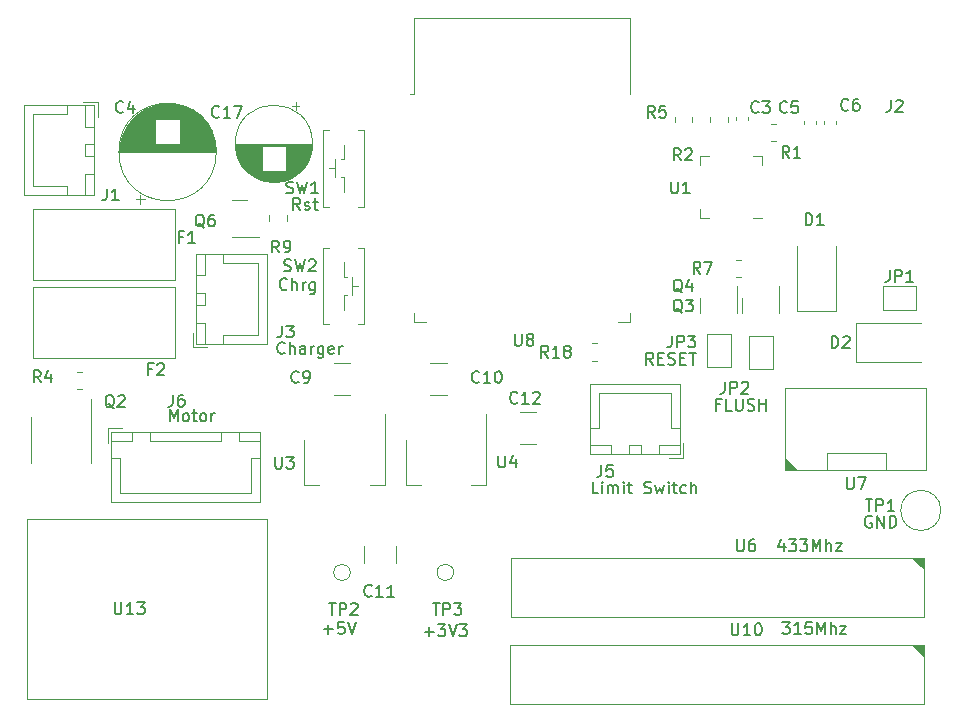
<source format=gbr>
%TF.GenerationSoftware,KiCad,Pcbnew,7.0.8-7.0.8~ubuntu22.04.1*%
%TF.CreationDate,2023-11-01T15:39:22+03:00*%
%TF.ProjectId,main-module,6d61696e-2d6d-46f6-9475-6c652e6b6963,rev?*%
%TF.SameCoordinates,Original*%
%TF.FileFunction,Legend,Top*%
%TF.FilePolarity,Positive*%
%FSLAX46Y46*%
G04 Gerber Fmt 4.6, Leading zero omitted, Abs format (unit mm)*
G04 Created by KiCad (PCBNEW 7.0.8-7.0.8~ubuntu22.04.1) date 2023-11-01 15:39:22*
%MOMM*%
%LPD*%
G01*
G04 APERTURE LIST*
%ADD10C,0.150000*%
%ADD11C,0.120000*%
G04 APERTURE END LIST*
D10*
X96468333Y-43754819D02*
X96135000Y-43278628D01*
X95896905Y-43754819D02*
X95896905Y-42754819D01*
X95896905Y-42754819D02*
X96277857Y-42754819D01*
X96277857Y-42754819D02*
X96373095Y-42802438D01*
X96373095Y-42802438D02*
X96420714Y-42850057D01*
X96420714Y-42850057D02*
X96468333Y-42945295D01*
X96468333Y-42945295D02*
X96468333Y-43088152D01*
X96468333Y-43088152D02*
X96420714Y-43183390D01*
X96420714Y-43183390D02*
X96373095Y-43231009D01*
X96373095Y-43231009D02*
X96277857Y-43278628D01*
X96277857Y-43278628D02*
X95896905Y-43278628D01*
X97373095Y-42754819D02*
X96896905Y-42754819D01*
X96896905Y-42754819D02*
X96849286Y-43231009D01*
X96849286Y-43231009D02*
X96896905Y-43183390D01*
X96896905Y-43183390D02*
X96992143Y-43135771D01*
X96992143Y-43135771D02*
X97230238Y-43135771D01*
X97230238Y-43135771D02*
X97325476Y-43183390D01*
X97325476Y-43183390D02*
X97373095Y-43231009D01*
X97373095Y-43231009D02*
X97420714Y-43326247D01*
X97420714Y-43326247D02*
X97420714Y-43564342D01*
X97420714Y-43564342D02*
X97373095Y-43659580D01*
X97373095Y-43659580D02*
X97325476Y-43707200D01*
X97325476Y-43707200D02*
X97230238Y-43754819D01*
X97230238Y-43754819D02*
X96992143Y-43754819D01*
X96992143Y-43754819D02*
X96896905Y-43707200D01*
X96896905Y-43707200D02*
X96849286Y-43659580D01*
X72507142Y-84209580D02*
X72459523Y-84257200D01*
X72459523Y-84257200D02*
X72316666Y-84304819D01*
X72316666Y-84304819D02*
X72221428Y-84304819D01*
X72221428Y-84304819D02*
X72078571Y-84257200D01*
X72078571Y-84257200D02*
X71983333Y-84161961D01*
X71983333Y-84161961D02*
X71935714Y-84066723D01*
X71935714Y-84066723D02*
X71888095Y-83876247D01*
X71888095Y-83876247D02*
X71888095Y-83733390D01*
X71888095Y-83733390D02*
X71935714Y-83542914D01*
X71935714Y-83542914D02*
X71983333Y-83447676D01*
X71983333Y-83447676D02*
X72078571Y-83352438D01*
X72078571Y-83352438D02*
X72221428Y-83304819D01*
X72221428Y-83304819D02*
X72316666Y-83304819D01*
X72316666Y-83304819D02*
X72459523Y-83352438D01*
X72459523Y-83352438D02*
X72507142Y-83400057D01*
X73459523Y-84304819D02*
X72888095Y-84304819D01*
X73173809Y-84304819D02*
X73173809Y-83304819D01*
X73173809Y-83304819D02*
X73078571Y-83447676D01*
X73078571Y-83447676D02*
X72983333Y-83542914D01*
X72983333Y-83542914D02*
X72888095Y-83590533D01*
X74411904Y-84304819D02*
X73840476Y-84304819D01*
X74126190Y-84304819D02*
X74126190Y-83304819D01*
X74126190Y-83304819D02*
X74030952Y-83447676D01*
X74030952Y-83447676D02*
X73935714Y-83542914D01*
X73935714Y-83542914D02*
X73840476Y-83590533D01*
X50756905Y-84779819D02*
X50756905Y-85589342D01*
X50756905Y-85589342D02*
X50804524Y-85684580D01*
X50804524Y-85684580D02*
X50852143Y-85732200D01*
X50852143Y-85732200D02*
X50947381Y-85779819D01*
X50947381Y-85779819D02*
X51137857Y-85779819D01*
X51137857Y-85779819D02*
X51233095Y-85732200D01*
X51233095Y-85732200D02*
X51280714Y-85684580D01*
X51280714Y-85684580D02*
X51328333Y-85589342D01*
X51328333Y-85589342D02*
X51328333Y-84779819D01*
X52328333Y-85779819D02*
X51756905Y-85779819D01*
X52042619Y-85779819D02*
X52042619Y-84779819D01*
X52042619Y-84779819D02*
X51947381Y-84922676D01*
X51947381Y-84922676D02*
X51852143Y-85017914D01*
X51852143Y-85017914D02*
X51756905Y-85065533D01*
X52661667Y-84779819D02*
X53280714Y-84779819D01*
X53280714Y-84779819D02*
X52947381Y-85160771D01*
X52947381Y-85160771D02*
X53090238Y-85160771D01*
X53090238Y-85160771D02*
X53185476Y-85208390D01*
X53185476Y-85208390D02*
X53233095Y-85256009D01*
X53233095Y-85256009D02*
X53280714Y-85351247D01*
X53280714Y-85351247D02*
X53280714Y-85589342D01*
X53280714Y-85589342D02*
X53233095Y-85684580D01*
X53233095Y-85684580D02*
X53185476Y-85732200D01*
X53185476Y-85732200D02*
X53090238Y-85779819D01*
X53090238Y-85779819D02*
X52804524Y-85779819D01*
X52804524Y-85779819D02*
X52709286Y-85732200D01*
X52709286Y-85732200D02*
X52661667Y-85684580D01*
X64338095Y-72454819D02*
X64338095Y-73264342D01*
X64338095Y-73264342D02*
X64385714Y-73359580D01*
X64385714Y-73359580D02*
X64433333Y-73407200D01*
X64433333Y-73407200D02*
X64528571Y-73454819D01*
X64528571Y-73454819D02*
X64719047Y-73454819D01*
X64719047Y-73454819D02*
X64814285Y-73407200D01*
X64814285Y-73407200D02*
X64861904Y-73359580D01*
X64861904Y-73359580D02*
X64909523Y-73264342D01*
X64909523Y-73264342D02*
X64909523Y-72454819D01*
X65290476Y-72454819D02*
X65909523Y-72454819D01*
X65909523Y-72454819D02*
X65576190Y-72835771D01*
X65576190Y-72835771D02*
X65719047Y-72835771D01*
X65719047Y-72835771D02*
X65814285Y-72883390D01*
X65814285Y-72883390D02*
X65861904Y-72931009D01*
X65861904Y-72931009D02*
X65909523Y-73026247D01*
X65909523Y-73026247D02*
X65909523Y-73264342D01*
X65909523Y-73264342D02*
X65861904Y-73359580D01*
X65861904Y-73359580D02*
X65814285Y-73407200D01*
X65814285Y-73407200D02*
X65719047Y-73454819D01*
X65719047Y-73454819D02*
X65433333Y-73454819D01*
X65433333Y-73454819D02*
X65338095Y-73407200D01*
X65338095Y-73407200D02*
X65290476Y-73359580D01*
X44483333Y-66154819D02*
X44150000Y-65678628D01*
X43911905Y-66154819D02*
X43911905Y-65154819D01*
X43911905Y-65154819D02*
X44292857Y-65154819D01*
X44292857Y-65154819D02*
X44388095Y-65202438D01*
X44388095Y-65202438D02*
X44435714Y-65250057D01*
X44435714Y-65250057D02*
X44483333Y-65345295D01*
X44483333Y-65345295D02*
X44483333Y-65488152D01*
X44483333Y-65488152D02*
X44435714Y-65583390D01*
X44435714Y-65583390D02*
X44388095Y-65631009D01*
X44388095Y-65631009D02*
X44292857Y-65678628D01*
X44292857Y-65678628D02*
X43911905Y-65678628D01*
X45340476Y-65488152D02*
X45340476Y-66154819D01*
X45102381Y-65107200D02*
X44864286Y-65821485D01*
X44864286Y-65821485D02*
X45483333Y-65821485D01*
X50101666Y-49754819D02*
X50101666Y-50469104D01*
X50101666Y-50469104D02*
X50054047Y-50611961D01*
X50054047Y-50611961D02*
X49958809Y-50707200D01*
X49958809Y-50707200D02*
X49815952Y-50754819D01*
X49815952Y-50754819D02*
X49720714Y-50754819D01*
X51101666Y-50754819D02*
X50530238Y-50754819D01*
X50815952Y-50754819D02*
X50815952Y-49754819D01*
X50815952Y-49754819D02*
X50720714Y-49897676D01*
X50720714Y-49897676D02*
X50625476Y-49992914D01*
X50625476Y-49992914D02*
X50530238Y-50040533D01*
X107868333Y-47154819D02*
X107535000Y-46678628D01*
X107296905Y-47154819D02*
X107296905Y-46154819D01*
X107296905Y-46154819D02*
X107677857Y-46154819D01*
X107677857Y-46154819D02*
X107773095Y-46202438D01*
X107773095Y-46202438D02*
X107820714Y-46250057D01*
X107820714Y-46250057D02*
X107868333Y-46345295D01*
X107868333Y-46345295D02*
X107868333Y-46488152D01*
X107868333Y-46488152D02*
X107820714Y-46583390D01*
X107820714Y-46583390D02*
X107773095Y-46631009D01*
X107773095Y-46631009D02*
X107677857Y-46678628D01*
X107677857Y-46678628D02*
X107296905Y-46678628D01*
X108820714Y-47154819D02*
X108249286Y-47154819D01*
X108535000Y-47154819D02*
X108535000Y-46154819D01*
X108535000Y-46154819D02*
X108439762Y-46297676D01*
X108439762Y-46297676D02*
X108344524Y-46392914D01*
X108344524Y-46392914D02*
X108249286Y-46440533D01*
X87457142Y-64054819D02*
X87123809Y-63578628D01*
X86885714Y-64054819D02*
X86885714Y-63054819D01*
X86885714Y-63054819D02*
X87266666Y-63054819D01*
X87266666Y-63054819D02*
X87361904Y-63102438D01*
X87361904Y-63102438D02*
X87409523Y-63150057D01*
X87409523Y-63150057D02*
X87457142Y-63245295D01*
X87457142Y-63245295D02*
X87457142Y-63388152D01*
X87457142Y-63388152D02*
X87409523Y-63483390D01*
X87409523Y-63483390D02*
X87361904Y-63531009D01*
X87361904Y-63531009D02*
X87266666Y-63578628D01*
X87266666Y-63578628D02*
X86885714Y-63578628D01*
X88409523Y-64054819D02*
X87838095Y-64054819D01*
X88123809Y-64054819D02*
X88123809Y-63054819D01*
X88123809Y-63054819D02*
X88028571Y-63197676D01*
X88028571Y-63197676D02*
X87933333Y-63292914D01*
X87933333Y-63292914D02*
X87838095Y-63340533D01*
X88980952Y-63483390D02*
X88885714Y-63435771D01*
X88885714Y-63435771D02*
X88838095Y-63388152D01*
X88838095Y-63388152D02*
X88790476Y-63292914D01*
X88790476Y-63292914D02*
X88790476Y-63245295D01*
X88790476Y-63245295D02*
X88838095Y-63150057D01*
X88838095Y-63150057D02*
X88885714Y-63102438D01*
X88885714Y-63102438D02*
X88980952Y-63054819D01*
X88980952Y-63054819D02*
X89171428Y-63054819D01*
X89171428Y-63054819D02*
X89266666Y-63102438D01*
X89266666Y-63102438D02*
X89314285Y-63150057D01*
X89314285Y-63150057D02*
X89361904Y-63245295D01*
X89361904Y-63245295D02*
X89361904Y-63292914D01*
X89361904Y-63292914D02*
X89314285Y-63388152D01*
X89314285Y-63388152D02*
X89266666Y-63435771D01*
X89266666Y-63435771D02*
X89171428Y-63483390D01*
X89171428Y-63483390D02*
X88980952Y-63483390D01*
X88980952Y-63483390D02*
X88885714Y-63531009D01*
X88885714Y-63531009D02*
X88838095Y-63578628D01*
X88838095Y-63578628D02*
X88790476Y-63673866D01*
X88790476Y-63673866D02*
X88790476Y-63864342D01*
X88790476Y-63864342D02*
X88838095Y-63959580D01*
X88838095Y-63959580D02*
X88885714Y-64007200D01*
X88885714Y-64007200D02*
X88980952Y-64054819D01*
X88980952Y-64054819D02*
X89171428Y-64054819D01*
X89171428Y-64054819D02*
X89266666Y-64007200D01*
X89266666Y-64007200D02*
X89314285Y-63959580D01*
X89314285Y-63959580D02*
X89361904Y-63864342D01*
X89361904Y-63864342D02*
X89361904Y-63673866D01*
X89361904Y-63673866D02*
X89314285Y-63578628D01*
X89314285Y-63578628D02*
X89266666Y-63531009D01*
X89266666Y-63531009D02*
X89171428Y-63483390D01*
X66333333Y-66109580D02*
X66285714Y-66157200D01*
X66285714Y-66157200D02*
X66142857Y-66204819D01*
X66142857Y-66204819D02*
X66047619Y-66204819D01*
X66047619Y-66204819D02*
X65904762Y-66157200D01*
X65904762Y-66157200D02*
X65809524Y-66061961D01*
X65809524Y-66061961D02*
X65761905Y-65966723D01*
X65761905Y-65966723D02*
X65714286Y-65776247D01*
X65714286Y-65776247D02*
X65714286Y-65633390D01*
X65714286Y-65633390D02*
X65761905Y-65442914D01*
X65761905Y-65442914D02*
X65809524Y-65347676D01*
X65809524Y-65347676D02*
X65904762Y-65252438D01*
X65904762Y-65252438D02*
X66047619Y-65204819D01*
X66047619Y-65204819D02*
X66142857Y-65204819D01*
X66142857Y-65204819D02*
X66285714Y-65252438D01*
X66285714Y-65252438D02*
X66333333Y-65300057D01*
X66809524Y-66204819D02*
X67000000Y-66204819D01*
X67000000Y-66204819D02*
X67095238Y-66157200D01*
X67095238Y-66157200D02*
X67142857Y-66109580D01*
X67142857Y-66109580D02*
X67238095Y-65966723D01*
X67238095Y-65966723D02*
X67285714Y-65776247D01*
X67285714Y-65776247D02*
X67285714Y-65395295D01*
X67285714Y-65395295D02*
X67238095Y-65300057D01*
X67238095Y-65300057D02*
X67190476Y-65252438D01*
X67190476Y-65252438D02*
X67095238Y-65204819D01*
X67095238Y-65204819D02*
X66904762Y-65204819D01*
X66904762Y-65204819D02*
X66809524Y-65252438D01*
X66809524Y-65252438D02*
X66761905Y-65300057D01*
X66761905Y-65300057D02*
X66714286Y-65395295D01*
X66714286Y-65395295D02*
X66714286Y-65633390D01*
X66714286Y-65633390D02*
X66761905Y-65728628D01*
X66761905Y-65728628D02*
X66809524Y-65776247D01*
X66809524Y-65776247D02*
X66904762Y-65823866D01*
X66904762Y-65823866D02*
X67095238Y-65823866D01*
X67095238Y-65823866D02*
X67190476Y-65776247D01*
X67190476Y-65776247D02*
X67238095Y-65728628D01*
X67238095Y-65728628D02*
X67285714Y-65633390D01*
X116366666Y-56654819D02*
X116366666Y-57369104D01*
X116366666Y-57369104D02*
X116319047Y-57511961D01*
X116319047Y-57511961D02*
X116223809Y-57607200D01*
X116223809Y-57607200D02*
X116080952Y-57654819D01*
X116080952Y-57654819D02*
X115985714Y-57654819D01*
X116842857Y-57654819D02*
X116842857Y-56654819D01*
X116842857Y-56654819D02*
X117223809Y-56654819D01*
X117223809Y-56654819D02*
X117319047Y-56702438D01*
X117319047Y-56702438D02*
X117366666Y-56750057D01*
X117366666Y-56750057D02*
X117414285Y-56845295D01*
X117414285Y-56845295D02*
X117414285Y-56988152D01*
X117414285Y-56988152D02*
X117366666Y-57083390D01*
X117366666Y-57083390D02*
X117319047Y-57131009D01*
X117319047Y-57131009D02*
X117223809Y-57178628D01*
X117223809Y-57178628D02*
X116842857Y-57178628D01*
X118366666Y-57654819D02*
X117795238Y-57654819D01*
X118080952Y-57654819D02*
X118080952Y-56654819D01*
X118080952Y-56654819D02*
X117985714Y-56797676D01*
X117985714Y-56797676D02*
X117890476Y-56892914D01*
X117890476Y-56892914D02*
X117795238Y-56940533D01*
X64668333Y-55154819D02*
X64335000Y-54678628D01*
X64096905Y-55154819D02*
X64096905Y-54154819D01*
X64096905Y-54154819D02*
X64477857Y-54154819D01*
X64477857Y-54154819D02*
X64573095Y-54202438D01*
X64573095Y-54202438D02*
X64620714Y-54250057D01*
X64620714Y-54250057D02*
X64668333Y-54345295D01*
X64668333Y-54345295D02*
X64668333Y-54488152D01*
X64668333Y-54488152D02*
X64620714Y-54583390D01*
X64620714Y-54583390D02*
X64573095Y-54631009D01*
X64573095Y-54631009D02*
X64477857Y-54678628D01*
X64477857Y-54678628D02*
X64096905Y-54678628D01*
X65144524Y-55154819D02*
X65335000Y-55154819D01*
X65335000Y-55154819D02*
X65430238Y-55107200D01*
X65430238Y-55107200D02*
X65477857Y-55059580D01*
X65477857Y-55059580D02*
X65573095Y-54916723D01*
X65573095Y-54916723D02*
X65620714Y-54726247D01*
X65620714Y-54726247D02*
X65620714Y-54345295D01*
X65620714Y-54345295D02*
X65573095Y-54250057D01*
X65573095Y-54250057D02*
X65525476Y-54202438D01*
X65525476Y-54202438D02*
X65430238Y-54154819D01*
X65430238Y-54154819D02*
X65239762Y-54154819D01*
X65239762Y-54154819D02*
X65144524Y-54202438D01*
X65144524Y-54202438D02*
X65096905Y-54250057D01*
X65096905Y-54250057D02*
X65049286Y-54345295D01*
X65049286Y-54345295D02*
X65049286Y-54583390D01*
X65049286Y-54583390D02*
X65096905Y-54678628D01*
X65096905Y-54678628D02*
X65144524Y-54726247D01*
X65144524Y-54726247D02*
X65239762Y-54773866D01*
X65239762Y-54773866D02*
X65430238Y-54773866D01*
X65430238Y-54773866D02*
X65525476Y-54726247D01*
X65525476Y-54726247D02*
X65573095Y-54678628D01*
X65573095Y-54678628D02*
X65620714Y-54583390D01*
X112738095Y-74204819D02*
X112738095Y-75014342D01*
X112738095Y-75014342D02*
X112785714Y-75109580D01*
X112785714Y-75109580D02*
X112833333Y-75157200D01*
X112833333Y-75157200D02*
X112928571Y-75204819D01*
X112928571Y-75204819D02*
X113119047Y-75204819D01*
X113119047Y-75204819D02*
X113214285Y-75157200D01*
X113214285Y-75157200D02*
X113261904Y-75109580D01*
X113261904Y-75109580D02*
X113309523Y-75014342D01*
X113309523Y-75014342D02*
X113309523Y-74204819D01*
X113690476Y-74204819D02*
X114357142Y-74204819D01*
X114357142Y-74204819D02*
X113928571Y-75204819D01*
X111461905Y-63254819D02*
X111461905Y-62254819D01*
X111461905Y-62254819D02*
X111700000Y-62254819D01*
X111700000Y-62254819D02*
X111842857Y-62302438D01*
X111842857Y-62302438D02*
X111938095Y-62397676D01*
X111938095Y-62397676D02*
X111985714Y-62492914D01*
X111985714Y-62492914D02*
X112033333Y-62683390D01*
X112033333Y-62683390D02*
X112033333Y-62826247D01*
X112033333Y-62826247D02*
X111985714Y-63016723D01*
X111985714Y-63016723D02*
X111938095Y-63111961D01*
X111938095Y-63111961D02*
X111842857Y-63207200D01*
X111842857Y-63207200D02*
X111700000Y-63254819D01*
X111700000Y-63254819D02*
X111461905Y-63254819D01*
X112414286Y-62350057D02*
X112461905Y-62302438D01*
X112461905Y-62302438D02*
X112557143Y-62254819D01*
X112557143Y-62254819D02*
X112795238Y-62254819D01*
X112795238Y-62254819D02*
X112890476Y-62302438D01*
X112890476Y-62302438D02*
X112938095Y-62350057D01*
X112938095Y-62350057D02*
X112985714Y-62445295D01*
X112985714Y-62445295D02*
X112985714Y-62540533D01*
X112985714Y-62540533D02*
X112938095Y-62683390D01*
X112938095Y-62683390D02*
X112366667Y-63254819D01*
X112366667Y-63254819D02*
X112985714Y-63254819D01*
X116466666Y-42254819D02*
X116466666Y-42969104D01*
X116466666Y-42969104D02*
X116419047Y-43111961D01*
X116419047Y-43111961D02*
X116323809Y-43207200D01*
X116323809Y-43207200D02*
X116180952Y-43254819D01*
X116180952Y-43254819D02*
X116085714Y-43254819D01*
X116895238Y-42350057D02*
X116942857Y-42302438D01*
X116942857Y-42302438D02*
X117038095Y-42254819D01*
X117038095Y-42254819D02*
X117276190Y-42254819D01*
X117276190Y-42254819D02*
X117371428Y-42302438D01*
X117371428Y-42302438D02*
X117419047Y-42350057D01*
X117419047Y-42350057D02*
X117466666Y-42445295D01*
X117466666Y-42445295D02*
X117466666Y-42540533D01*
X117466666Y-42540533D02*
X117419047Y-42683390D01*
X117419047Y-42683390D02*
X116847619Y-43254819D01*
X116847619Y-43254819D02*
X117466666Y-43254819D01*
X55666666Y-67204819D02*
X55666666Y-67919104D01*
X55666666Y-67919104D02*
X55619047Y-68061961D01*
X55619047Y-68061961D02*
X55523809Y-68157200D01*
X55523809Y-68157200D02*
X55380952Y-68204819D01*
X55380952Y-68204819D02*
X55285714Y-68204819D01*
X56571428Y-67204819D02*
X56380952Y-67204819D01*
X56380952Y-67204819D02*
X56285714Y-67252438D01*
X56285714Y-67252438D02*
X56238095Y-67300057D01*
X56238095Y-67300057D02*
X56142857Y-67442914D01*
X56142857Y-67442914D02*
X56095238Y-67633390D01*
X56095238Y-67633390D02*
X56095238Y-68014342D01*
X56095238Y-68014342D02*
X56142857Y-68109580D01*
X56142857Y-68109580D02*
X56190476Y-68157200D01*
X56190476Y-68157200D02*
X56285714Y-68204819D01*
X56285714Y-68204819D02*
X56476190Y-68204819D01*
X56476190Y-68204819D02*
X56571428Y-68157200D01*
X56571428Y-68157200D02*
X56619047Y-68109580D01*
X56619047Y-68109580D02*
X56666666Y-68014342D01*
X56666666Y-68014342D02*
X56666666Y-67776247D01*
X56666666Y-67776247D02*
X56619047Y-67681009D01*
X56619047Y-67681009D02*
X56571428Y-67633390D01*
X56571428Y-67633390D02*
X56476190Y-67585771D01*
X56476190Y-67585771D02*
X56285714Y-67585771D01*
X56285714Y-67585771D02*
X56190476Y-67633390D01*
X56190476Y-67633390D02*
X56142857Y-67681009D01*
X56142857Y-67681009D02*
X56095238Y-67776247D01*
X55416666Y-69454819D02*
X55416666Y-68454819D01*
X55416666Y-68454819D02*
X55749999Y-69169104D01*
X55749999Y-69169104D02*
X56083332Y-68454819D01*
X56083332Y-68454819D02*
X56083332Y-69454819D01*
X56702380Y-69454819D02*
X56607142Y-69407200D01*
X56607142Y-69407200D02*
X56559523Y-69359580D01*
X56559523Y-69359580D02*
X56511904Y-69264342D01*
X56511904Y-69264342D02*
X56511904Y-68978628D01*
X56511904Y-68978628D02*
X56559523Y-68883390D01*
X56559523Y-68883390D02*
X56607142Y-68835771D01*
X56607142Y-68835771D02*
X56702380Y-68788152D01*
X56702380Y-68788152D02*
X56845237Y-68788152D01*
X56845237Y-68788152D02*
X56940475Y-68835771D01*
X56940475Y-68835771D02*
X56988094Y-68883390D01*
X56988094Y-68883390D02*
X57035713Y-68978628D01*
X57035713Y-68978628D02*
X57035713Y-69264342D01*
X57035713Y-69264342D02*
X56988094Y-69359580D01*
X56988094Y-69359580D02*
X56940475Y-69407200D01*
X56940475Y-69407200D02*
X56845237Y-69454819D01*
X56845237Y-69454819D02*
X56702380Y-69454819D01*
X57321428Y-68788152D02*
X57702380Y-68788152D01*
X57464285Y-68454819D02*
X57464285Y-69311961D01*
X57464285Y-69311961D02*
X57511904Y-69407200D01*
X57511904Y-69407200D02*
X57607142Y-69454819D01*
X57607142Y-69454819D02*
X57702380Y-69454819D01*
X58178571Y-69454819D02*
X58083333Y-69407200D01*
X58083333Y-69407200D02*
X58035714Y-69359580D01*
X58035714Y-69359580D02*
X57988095Y-69264342D01*
X57988095Y-69264342D02*
X57988095Y-68978628D01*
X57988095Y-68978628D02*
X58035714Y-68883390D01*
X58035714Y-68883390D02*
X58083333Y-68835771D01*
X58083333Y-68835771D02*
X58178571Y-68788152D01*
X58178571Y-68788152D02*
X58321428Y-68788152D01*
X58321428Y-68788152D02*
X58416666Y-68835771D01*
X58416666Y-68835771D02*
X58464285Y-68883390D01*
X58464285Y-68883390D02*
X58511904Y-68978628D01*
X58511904Y-68978628D02*
X58511904Y-69264342D01*
X58511904Y-69264342D02*
X58464285Y-69359580D01*
X58464285Y-69359580D02*
X58416666Y-69407200D01*
X58416666Y-69407200D02*
X58321428Y-69454819D01*
X58321428Y-69454819D02*
X58178571Y-69454819D01*
X58940476Y-69454819D02*
X58940476Y-68788152D01*
X58940476Y-68978628D02*
X58988095Y-68883390D01*
X58988095Y-68883390D02*
X59035714Y-68835771D01*
X59035714Y-68835771D02*
X59130952Y-68788152D01*
X59130952Y-68788152D02*
X59226190Y-68788152D01*
X65301667Y-50107200D02*
X65444524Y-50154819D01*
X65444524Y-50154819D02*
X65682619Y-50154819D01*
X65682619Y-50154819D02*
X65777857Y-50107200D01*
X65777857Y-50107200D02*
X65825476Y-50059580D01*
X65825476Y-50059580D02*
X65873095Y-49964342D01*
X65873095Y-49964342D02*
X65873095Y-49869104D01*
X65873095Y-49869104D02*
X65825476Y-49773866D01*
X65825476Y-49773866D02*
X65777857Y-49726247D01*
X65777857Y-49726247D02*
X65682619Y-49678628D01*
X65682619Y-49678628D02*
X65492143Y-49631009D01*
X65492143Y-49631009D02*
X65396905Y-49583390D01*
X65396905Y-49583390D02*
X65349286Y-49535771D01*
X65349286Y-49535771D02*
X65301667Y-49440533D01*
X65301667Y-49440533D02*
X65301667Y-49345295D01*
X65301667Y-49345295D02*
X65349286Y-49250057D01*
X65349286Y-49250057D02*
X65396905Y-49202438D01*
X65396905Y-49202438D02*
X65492143Y-49154819D01*
X65492143Y-49154819D02*
X65730238Y-49154819D01*
X65730238Y-49154819D02*
X65873095Y-49202438D01*
X66206429Y-49154819D02*
X66444524Y-50154819D01*
X66444524Y-50154819D02*
X66635000Y-49440533D01*
X66635000Y-49440533D02*
X66825476Y-50154819D01*
X66825476Y-50154819D02*
X67063572Y-49154819D01*
X67968333Y-50154819D02*
X67396905Y-50154819D01*
X67682619Y-50154819D02*
X67682619Y-49154819D01*
X67682619Y-49154819D02*
X67587381Y-49297676D01*
X67587381Y-49297676D02*
X67492143Y-49392914D01*
X67492143Y-49392914D02*
X67396905Y-49440533D01*
X66454047Y-51554819D02*
X66120714Y-51078628D01*
X65882619Y-51554819D02*
X65882619Y-50554819D01*
X65882619Y-50554819D02*
X66263571Y-50554819D01*
X66263571Y-50554819D02*
X66358809Y-50602438D01*
X66358809Y-50602438D02*
X66406428Y-50650057D01*
X66406428Y-50650057D02*
X66454047Y-50745295D01*
X66454047Y-50745295D02*
X66454047Y-50888152D01*
X66454047Y-50888152D02*
X66406428Y-50983390D01*
X66406428Y-50983390D02*
X66358809Y-51031009D01*
X66358809Y-51031009D02*
X66263571Y-51078628D01*
X66263571Y-51078628D02*
X65882619Y-51078628D01*
X66835000Y-51507200D02*
X66930238Y-51554819D01*
X66930238Y-51554819D02*
X67120714Y-51554819D01*
X67120714Y-51554819D02*
X67215952Y-51507200D01*
X67215952Y-51507200D02*
X67263571Y-51411961D01*
X67263571Y-51411961D02*
X67263571Y-51364342D01*
X67263571Y-51364342D02*
X67215952Y-51269104D01*
X67215952Y-51269104D02*
X67120714Y-51221485D01*
X67120714Y-51221485D02*
X66977857Y-51221485D01*
X66977857Y-51221485D02*
X66882619Y-51173866D01*
X66882619Y-51173866D02*
X66835000Y-51078628D01*
X66835000Y-51078628D02*
X66835000Y-51031009D01*
X66835000Y-51031009D02*
X66882619Y-50935771D01*
X66882619Y-50935771D02*
X66977857Y-50888152D01*
X66977857Y-50888152D02*
X67120714Y-50888152D01*
X67120714Y-50888152D02*
X67215952Y-50935771D01*
X67549286Y-50888152D02*
X67930238Y-50888152D01*
X67692143Y-50554819D02*
X67692143Y-51411961D01*
X67692143Y-51411961D02*
X67739762Y-51507200D01*
X67739762Y-51507200D02*
X67835000Y-51554819D01*
X67835000Y-51554819D02*
X67930238Y-51554819D01*
X81607142Y-66109580D02*
X81559523Y-66157200D01*
X81559523Y-66157200D02*
X81416666Y-66204819D01*
X81416666Y-66204819D02*
X81321428Y-66204819D01*
X81321428Y-66204819D02*
X81178571Y-66157200D01*
X81178571Y-66157200D02*
X81083333Y-66061961D01*
X81083333Y-66061961D02*
X81035714Y-65966723D01*
X81035714Y-65966723D02*
X80988095Y-65776247D01*
X80988095Y-65776247D02*
X80988095Y-65633390D01*
X80988095Y-65633390D02*
X81035714Y-65442914D01*
X81035714Y-65442914D02*
X81083333Y-65347676D01*
X81083333Y-65347676D02*
X81178571Y-65252438D01*
X81178571Y-65252438D02*
X81321428Y-65204819D01*
X81321428Y-65204819D02*
X81416666Y-65204819D01*
X81416666Y-65204819D02*
X81559523Y-65252438D01*
X81559523Y-65252438D02*
X81607142Y-65300057D01*
X82559523Y-66204819D02*
X81988095Y-66204819D01*
X82273809Y-66204819D02*
X82273809Y-65204819D01*
X82273809Y-65204819D02*
X82178571Y-65347676D01*
X82178571Y-65347676D02*
X82083333Y-65442914D01*
X82083333Y-65442914D02*
X81988095Y-65490533D01*
X83178571Y-65204819D02*
X83273809Y-65204819D01*
X83273809Y-65204819D02*
X83369047Y-65252438D01*
X83369047Y-65252438D02*
X83416666Y-65300057D01*
X83416666Y-65300057D02*
X83464285Y-65395295D01*
X83464285Y-65395295D02*
X83511904Y-65585771D01*
X83511904Y-65585771D02*
X83511904Y-65823866D01*
X83511904Y-65823866D02*
X83464285Y-66014342D01*
X83464285Y-66014342D02*
X83416666Y-66109580D01*
X83416666Y-66109580D02*
X83369047Y-66157200D01*
X83369047Y-66157200D02*
X83273809Y-66204819D01*
X83273809Y-66204819D02*
X83178571Y-66204819D01*
X83178571Y-66204819D02*
X83083333Y-66157200D01*
X83083333Y-66157200D02*
X83035714Y-66109580D01*
X83035714Y-66109580D02*
X82988095Y-66014342D01*
X82988095Y-66014342D02*
X82940476Y-65823866D01*
X82940476Y-65823866D02*
X82940476Y-65585771D01*
X82940476Y-65585771D02*
X82988095Y-65395295D01*
X82988095Y-65395295D02*
X83035714Y-65300057D01*
X83035714Y-65300057D02*
X83083333Y-65252438D01*
X83083333Y-65252438D02*
X83178571Y-65204819D01*
X100333333Y-56954819D02*
X100000000Y-56478628D01*
X99761905Y-56954819D02*
X99761905Y-55954819D01*
X99761905Y-55954819D02*
X100142857Y-55954819D01*
X100142857Y-55954819D02*
X100238095Y-56002438D01*
X100238095Y-56002438D02*
X100285714Y-56050057D01*
X100285714Y-56050057D02*
X100333333Y-56145295D01*
X100333333Y-56145295D02*
X100333333Y-56288152D01*
X100333333Y-56288152D02*
X100285714Y-56383390D01*
X100285714Y-56383390D02*
X100238095Y-56431009D01*
X100238095Y-56431009D02*
X100142857Y-56478628D01*
X100142857Y-56478628D02*
X99761905Y-56478628D01*
X100666667Y-55954819D02*
X101333333Y-55954819D01*
X101333333Y-55954819D02*
X100904762Y-56954819D01*
X97916666Y-62204819D02*
X97916666Y-62919104D01*
X97916666Y-62919104D02*
X97869047Y-63061961D01*
X97869047Y-63061961D02*
X97773809Y-63157200D01*
X97773809Y-63157200D02*
X97630952Y-63204819D01*
X97630952Y-63204819D02*
X97535714Y-63204819D01*
X98392857Y-63204819D02*
X98392857Y-62204819D01*
X98392857Y-62204819D02*
X98773809Y-62204819D01*
X98773809Y-62204819D02*
X98869047Y-62252438D01*
X98869047Y-62252438D02*
X98916666Y-62300057D01*
X98916666Y-62300057D02*
X98964285Y-62395295D01*
X98964285Y-62395295D02*
X98964285Y-62538152D01*
X98964285Y-62538152D02*
X98916666Y-62633390D01*
X98916666Y-62633390D02*
X98869047Y-62681009D01*
X98869047Y-62681009D02*
X98773809Y-62728628D01*
X98773809Y-62728628D02*
X98392857Y-62728628D01*
X99297619Y-62204819D02*
X99916666Y-62204819D01*
X99916666Y-62204819D02*
X99583333Y-62585771D01*
X99583333Y-62585771D02*
X99726190Y-62585771D01*
X99726190Y-62585771D02*
X99821428Y-62633390D01*
X99821428Y-62633390D02*
X99869047Y-62681009D01*
X99869047Y-62681009D02*
X99916666Y-62776247D01*
X99916666Y-62776247D02*
X99916666Y-63014342D01*
X99916666Y-63014342D02*
X99869047Y-63109580D01*
X99869047Y-63109580D02*
X99821428Y-63157200D01*
X99821428Y-63157200D02*
X99726190Y-63204819D01*
X99726190Y-63204819D02*
X99440476Y-63204819D01*
X99440476Y-63204819D02*
X99345238Y-63157200D01*
X99345238Y-63157200D02*
X99297619Y-63109580D01*
X96347618Y-64654819D02*
X96014285Y-64178628D01*
X95776190Y-64654819D02*
X95776190Y-63654819D01*
X95776190Y-63654819D02*
X96157142Y-63654819D01*
X96157142Y-63654819D02*
X96252380Y-63702438D01*
X96252380Y-63702438D02*
X96299999Y-63750057D01*
X96299999Y-63750057D02*
X96347618Y-63845295D01*
X96347618Y-63845295D02*
X96347618Y-63988152D01*
X96347618Y-63988152D02*
X96299999Y-64083390D01*
X96299999Y-64083390D02*
X96252380Y-64131009D01*
X96252380Y-64131009D02*
X96157142Y-64178628D01*
X96157142Y-64178628D02*
X95776190Y-64178628D01*
X96776190Y-64131009D02*
X97109523Y-64131009D01*
X97252380Y-64654819D02*
X96776190Y-64654819D01*
X96776190Y-64654819D02*
X96776190Y-63654819D01*
X96776190Y-63654819D02*
X97252380Y-63654819D01*
X97633333Y-64607200D02*
X97776190Y-64654819D01*
X97776190Y-64654819D02*
X98014285Y-64654819D01*
X98014285Y-64654819D02*
X98109523Y-64607200D01*
X98109523Y-64607200D02*
X98157142Y-64559580D01*
X98157142Y-64559580D02*
X98204761Y-64464342D01*
X98204761Y-64464342D02*
X98204761Y-64369104D01*
X98204761Y-64369104D02*
X98157142Y-64273866D01*
X98157142Y-64273866D02*
X98109523Y-64226247D01*
X98109523Y-64226247D02*
X98014285Y-64178628D01*
X98014285Y-64178628D02*
X97823809Y-64131009D01*
X97823809Y-64131009D02*
X97728571Y-64083390D01*
X97728571Y-64083390D02*
X97680952Y-64035771D01*
X97680952Y-64035771D02*
X97633333Y-63940533D01*
X97633333Y-63940533D02*
X97633333Y-63845295D01*
X97633333Y-63845295D02*
X97680952Y-63750057D01*
X97680952Y-63750057D02*
X97728571Y-63702438D01*
X97728571Y-63702438D02*
X97823809Y-63654819D01*
X97823809Y-63654819D02*
X98061904Y-63654819D01*
X98061904Y-63654819D02*
X98204761Y-63702438D01*
X98633333Y-64131009D02*
X98966666Y-64131009D01*
X99109523Y-64654819D02*
X98633333Y-64654819D01*
X98633333Y-64654819D02*
X98633333Y-63654819D01*
X98633333Y-63654819D02*
X99109523Y-63654819D01*
X99395238Y-63654819D02*
X99966666Y-63654819D01*
X99680952Y-64654819D02*
X99680952Y-63654819D01*
X59592142Y-43659580D02*
X59544523Y-43707200D01*
X59544523Y-43707200D02*
X59401666Y-43754819D01*
X59401666Y-43754819D02*
X59306428Y-43754819D01*
X59306428Y-43754819D02*
X59163571Y-43707200D01*
X59163571Y-43707200D02*
X59068333Y-43611961D01*
X59068333Y-43611961D02*
X59020714Y-43516723D01*
X59020714Y-43516723D02*
X58973095Y-43326247D01*
X58973095Y-43326247D02*
X58973095Y-43183390D01*
X58973095Y-43183390D02*
X59020714Y-42992914D01*
X59020714Y-42992914D02*
X59068333Y-42897676D01*
X59068333Y-42897676D02*
X59163571Y-42802438D01*
X59163571Y-42802438D02*
X59306428Y-42754819D01*
X59306428Y-42754819D02*
X59401666Y-42754819D01*
X59401666Y-42754819D02*
X59544523Y-42802438D01*
X59544523Y-42802438D02*
X59592142Y-42850057D01*
X60544523Y-43754819D02*
X59973095Y-43754819D01*
X60258809Y-43754819D02*
X60258809Y-42754819D01*
X60258809Y-42754819D02*
X60163571Y-42897676D01*
X60163571Y-42897676D02*
X60068333Y-42992914D01*
X60068333Y-42992914D02*
X59973095Y-43040533D01*
X60877857Y-42754819D02*
X61544523Y-42754819D01*
X61544523Y-42754819D02*
X61115952Y-43754819D01*
X102416666Y-66104819D02*
X102416666Y-66819104D01*
X102416666Y-66819104D02*
X102369047Y-66961961D01*
X102369047Y-66961961D02*
X102273809Y-67057200D01*
X102273809Y-67057200D02*
X102130952Y-67104819D01*
X102130952Y-67104819D02*
X102035714Y-67104819D01*
X102892857Y-67104819D02*
X102892857Y-66104819D01*
X102892857Y-66104819D02*
X103273809Y-66104819D01*
X103273809Y-66104819D02*
X103369047Y-66152438D01*
X103369047Y-66152438D02*
X103416666Y-66200057D01*
X103416666Y-66200057D02*
X103464285Y-66295295D01*
X103464285Y-66295295D02*
X103464285Y-66438152D01*
X103464285Y-66438152D02*
X103416666Y-66533390D01*
X103416666Y-66533390D02*
X103369047Y-66581009D01*
X103369047Y-66581009D02*
X103273809Y-66628628D01*
X103273809Y-66628628D02*
X102892857Y-66628628D01*
X103845238Y-66200057D02*
X103892857Y-66152438D01*
X103892857Y-66152438D02*
X103988095Y-66104819D01*
X103988095Y-66104819D02*
X104226190Y-66104819D01*
X104226190Y-66104819D02*
X104321428Y-66152438D01*
X104321428Y-66152438D02*
X104369047Y-66200057D01*
X104369047Y-66200057D02*
X104416666Y-66295295D01*
X104416666Y-66295295D02*
X104416666Y-66390533D01*
X104416666Y-66390533D02*
X104369047Y-66533390D01*
X104369047Y-66533390D02*
X103797619Y-67104819D01*
X103797619Y-67104819D02*
X104416666Y-67104819D01*
X102014285Y-68031009D02*
X101680952Y-68031009D01*
X101680952Y-68554819D02*
X101680952Y-67554819D01*
X101680952Y-67554819D02*
X102157142Y-67554819D01*
X103014285Y-68554819D02*
X102538095Y-68554819D01*
X102538095Y-68554819D02*
X102538095Y-67554819D01*
X103347619Y-67554819D02*
X103347619Y-68364342D01*
X103347619Y-68364342D02*
X103395238Y-68459580D01*
X103395238Y-68459580D02*
X103442857Y-68507200D01*
X103442857Y-68507200D02*
X103538095Y-68554819D01*
X103538095Y-68554819D02*
X103728571Y-68554819D01*
X103728571Y-68554819D02*
X103823809Y-68507200D01*
X103823809Y-68507200D02*
X103871428Y-68459580D01*
X103871428Y-68459580D02*
X103919047Y-68364342D01*
X103919047Y-68364342D02*
X103919047Y-67554819D01*
X104347619Y-68507200D02*
X104490476Y-68554819D01*
X104490476Y-68554819D02*
X104728571Y-68554819D01*
X104728571Y-68554819D02*
X104823809Y-68507200D01*
X104823809Y-68507200D02*
X104871428Y-68459580D01*
X104871428Y-68459580D02*
X104919047Y-68364342D01*
X104919047Y-68364342D02*
X104919047Y-68269104D01*
X104919047Y-68269104D02*
X104871428Y-68173866D01*
X104871428Y-68173866D02*
X104823809Y-68126247D01*
X104823809Y-68126247D02*
X104728571Y-68078628D01*
X104728571Y-68078628D02*
X104538095Y-68031009D01*
X104538095Y-68031009D02*
X104442857Y-67983390D01*
X104442857Y-67983390D02*
X104395238Y-67935771D01*
X104395238Y-67935771D02*
X104347619Y-67840533D01*
X104347619Y-67840533D02*
X104347619Y-67745295D01*
X104347619Y-67745295D02*
X104395238Y-67650057D01*
X104395238Y-67650057D02*
X104442857Y-67602438D01*
X104442857Y-67602438D02*
X104538095Y-67554819D01*
X104538095Y-67554819D02*
X104776190Y-67554819D01*
X104776190Y-67554819D02*
X104919047Y-67602438D01*
X105347619Y-68554819D02*
X105347619Y-67554819D01*
X105347619Y-68031009D02*
X105919047Y-68031009D01*
X105919047Y-68554819D02*
X105919047Y-67554819D01*
X105268333Y-43259580D02*
X105220714Y-43307200D01*
X105220714Y-43307200D02*
X105077857Y-43354819D01*
X105077857Y-43354819D02*
X104982619Y-43354819D01*
X104982619Y-43354819D02*
X104839762Y-43307200D01*
X104839762Y-43307200D02*
X104744524Y-43211961D01*
X104744524Y-43211961D02*
X104696905Y-43116723D01*
X104696905Y-43116723D02*
X104649286Y-42926247D01*
X104649286Y-42926247D02*
X104649286Y-42783390D01*
X104649286Y-42783390D02*
X104696905Y-42592914D01*
X104696905Y-42592914D02*
X104744524Y-42497676D01*
X104744524Y-42497676D02*
X104839762Y-42402438D01*
X104839762Y-42402438D02*
X104982619Y-42354819D01*
X104982619Y-42354819D02*
X105077857Y-42354819D01*
X105077857Y-42354819D02*
X105220714Y-42402438D01*
X105220714Y-42402438D02*
X105268333Y-42450057D01*
X105601667Y-42354819D02*
X106220714Y-42354819D01*
X106220714Y-42354819D02*
X105887381Y-42735771D01*
X105887381Y-42735771D02*
X106030238Y-42735771D01*
X106030238Y-42735771D02*
X106125476Y-42783390D01*
X106125476Y-42783390D02*
X106173095Y-42831009D01*
X106173095Y-42831009D02*
X106220714Y-42926247D01*
X106220714Y-42926247D02*
X106220714Y-43164342D01*
X106220714Y-43164342D02*
X106173095Y-43259580D01*
X106173095Y-43259580D02*
X106125476Y-43307200D01*
X106125476Y-43307200D02*
X106030238Y-43354819D01*
X106030238Y-43354819D02*
X105744524Y-43354819D01*
X105744524Y-43354819D02*
X105649286Y-43307200D01*
X105649286Y-43307200D02*
X105601667Y-43259580D01*
X51468333Y-43259580D02*
X51420714Y-43307200D01*
X51420714Y-43307200D02*
X51277857Y-43354819D01*
X51277857Y-43354819D02*
X51182619Y-43354819D01*
X51182619Y-43354819D02*
X51039762Y-43307200D01*
X51039762Y-43307200D02*
X50944524Y-43211961D01*
X50944524Y-43211961D02*
X50896905Y-43116723D01*
X50896905Y-43116723D02*
X50849286Y-42926247D01*
X50849286Y-42926247D02*
X50849286Y-42783390D01*
X50849286Y-42783390D02*
X50896905Y-42592914D01*
X50896905Y-42592914D02*
X50944524Y-42497676D01*
X50944524Y-42497676D02*
X51039762Y-42402438D01*
X51039762Y-42402438D02*
X51182619Y-42354819D01*
X51182619Y-42354819D02*
X51277857Y-42354819D01*
X51277857Y-42354819D02*
X51420714Y-42402438D01*
X51420714Y-42402438D02*
X51468333Y-42450057D01*
X52325476Y-42688152D02*
X52325476Y-43354819D01*
X52087381Y-42307200D02*
X51849286Y-43021485D01*
X51849286Y-43021485D02*
X52468333Y-43021485D01*
X98804761Y-58550057D02*
X98709523Y-58502438D01*
X98709523Y-58502438D02*
X98614285Y-58407200D01*
X98614285Y-58407200D02*
X98471428Y-58264342D01*
X98471428Y-58264342D02*
X98376190Y-58216723D01*
X98376190Y-58216723D02*
X98280952Y-58216723D01*
X98328571Y-58454819D02*
X98233333Y-58407200D01*
X98233333Y-58407200D02*
X98138095Y-58311961D01*
X98138095Y-58311961D02*
X98090476Y-58121485D01*
X98090476Y-58121485D02*
X98090476Y-57788152D01*
X98090476Y-57788152D02*
X98138095Y-57597676D01*
X98138095Y-57597676D02*
X98233333Y-57502438D01*
X98233333Y-57502438D02*
X98328571Y-57454819D01*
X98328571Y-57454819D02*
X98519047Y-57454819D01*
X98519047Y-57454819D02*
X98614285Y-57502438D01*
X98614285Y-57502438D02*
X98709523Y-57597676D01*
X98709523Y-57597676D02*
X98757142Y-57788152D01*
X98757142Y-57788152D02*
X98757142Y-58121485D01*
X98757142Y-58121485D02*
X98709523Y-58311961D01*
X98709523Y-58311961D02*
X98614285Y-58407200D01*
X98614285Y-58407200D02*
X98519047Y-58454819D01*
X98519047Y-58454819D02*
X98328571Y-58454819D01*
X99614285Y-57788152D02*
X99614285Y-58454819D01*
X99376190Y-57407200D02*
X99138095Y-58121485D01*
X99138095Y-58121485D02*
X99757142Y-58121485D01*
X64901666Y-61354819D02*
X64901666Y-62069104D01*
X64901666Y-62069104D02*
X64854047Y-62211961D01*
X64854047Y-62211961D02*
X64758809Y-62307200D01*
X64758809Y-62307200D02*
X64615952Y-62354819D01*
X64615952Y-62354819D02*
X64520714Y-62354819D01*
X65282619Y-61354819D02*
X65901666Y-61354819D01*
X65901666Y-61354819D02*
X65568333Y-61735771D01*
X65568333Y-61735771D02*
X65711190Y-61735771D01*
X65711190Y-61735771D02*
X65806428Y-61783390D01*
X65806428Y-61783390D02*
X65854047Y-61831009D01*
X65854047Y-61831009D02*
X65901666Y-61926247D01*
X65901666Y-61926247D02*
X65901666Y-62164342D01*
X65901666Y-62164342D02*
X65854047Y-62259580D01*
X65854047Y-62259580D02*
X65806428Y-62307200D01*
X65806428Y-62307200D02*
X65711190Y-62354819D01*
X65711190Y-62354819D02*
X65425476Y-62354819D01*
X65425476Y-62354819D02*
X65330238Y-62307200D01*
X65330238Y-62307200D02*
X65282619Y-62259580D01*
X65139761Y-63659580D02*
X65092142Y-63707200D01*
X65092142Y-63707200D02*
X64949285Y-63754819D01*
X64949285Y-63754819D02*
X64854047Y-63754819D01*
X64854047Y-63754819D02*
X64711190Y-63707200D01*
X64711190Y-63707200D02*
X64615952Y-63611961D01*
X64615952Y-63611961D02*
X64568333Y-63516723D01*
X64568333Y-63516723D02*
X64520714Y-63326247D01*
X64520714Y-63326247D02*
X64520714Y-63183390D01*
X64520714Y-63183390D02*
X64568333Y-62992914D01*
X64568333Y-62992914D02*
X64615952Y-62897676D01*
X64615952Y-62897676D02*
X64711190Y-62802438D01*
X64711190Y-62802438D02*
X64854047Y-62754819D01*
X64854047Y-62754819D02*
X64949285Y-62754819D01*
X64949285Y-62754819D02*
X65092142Y-62802438D01*
X65092142Y-62802438D02*
X65139761Y-62850057D01*
X65568333Y-63754819D02*
X65568333Y-62754819D01*
X65996904Y-63754819D02*
X65996904Y-63231009D01*
X65996904Y-63231009D02*
X65949285Y-63135771D01*
X65949285Y-63135771D02*
X65854047Y-63088152D01*
X65854047Y-63088152D02*
X65711190Y-63088152D01*
X65711190Y-63088152D02*
X65615952Y-63135771D01*
X65615952Y-63135771D02*
X65568333Y-63183390D01*
X66901666Y-63754819D02*
X66901666Y-63231009D01*
X66901666Y-63231009D02*
X66854047Y-63135771D01*
X66854047Y-63135771D02*
X66758809Y-63088152D01*
X66758809Y-63088152D02*
X66568333Y-63088152D01*
X66568333Y-63088152D02*
X66473095Y-63135771D01*
X66901666Y-63707200D02*
X66806428Y-63754819D01*
X66806428Y-63754819D02*
X66568333Y-63754819D01*
X66568333Y-63754819D02*
X66473095Y-63707200D01*
X66473095Y-63707200D02*
X66425476Y-63611961D01*
X66425476Y-63611961D02*
X66425476Y-63516723D01*
X66425476Y-63516723D02*
X66473095Y-63421485D01*
X66473095Y-63421485D02*
X66568333Y-63373866D01*
X66568333Y-63373866D02*
X66806428Y-63373866D01*
X66806428Y-63373866D02*
X66901666Y-63326247D01*
X67377857Y-63754819D02*
X67377857Y-63088152D01*
X67377857Y-63278628D02*
X67425476Y-63183390D01*
X67425476Y-63183390D02*
X67473095Y-63135771D01*
X67473095Y-63135771D02*
X67568333Y-63088152D01*
X67568333Y-63088152D02*
X67663571Y-63088152D01*
X68425476Y-63088152D02*
X68425476Y-63897676D01*
X68425476Y-63897676D02*
X68377857Y-63992914D01*
X68377857Y-63992914D02*
X68330238Y-64040533D01*
X68330238Y-64040533D02*
X68235000Y-64088152D01*
X68235000Y-64088152D02*
X68092143Y-64088152D01*
X68092143Y-64088152D02*
X67996905Y-64040533D01*
X68425476Y-63707200D02*
X68330238Y-63754819D01*
X68330238Y-63754819D02*
X68139762Y-63754819D01*
X68139762Y-63754819D02*
X68044524Y-63707200D01*
X68044524Y-63707200D02*
X67996905Y-63659580D01*
X67996905Y-63659580D02*
X67949286Y-63564342D01*
X67949286Y-63564342D02*
X67949286Y-63278628D01*
X67949286Y-63278628D02*
X67996905Y-63183390D01*
X67996905Y-63183390D02*
X68044524Y-63135771D01*
X68044524Y-63135771D02*
X68139762Y-63088152D01*
X68139762Y-63088152D02*
X68330238Y-63088152D01*
X68330238Y-63088152D02*
X68425476Y-63135771D01*
X69282619Y-63707200D02*
X69187381Y-63754819D01*
X69187381Y-63754819D02*
X68996905Y-63754819D01*
X68996905Y-63754819D02*
X68901667Y-63707200D01*
X68901667Y-63707200D02*
X68854048Y-63611961D01*
X68854048Y-63611961D02*
X68854048Y-63231009D01*
X68854048Y-63231009D02*
X68901667Y-63135771D01*
X68901667Y-63135771D02*
X68996905Y-63088152D01*
X68996905Y-63088152D02*
X69187381Y-63088152D01*
X69187381Y-63088152D02*
X69282619Y-63135771D01*
X69282619Y-63135771D02*
X69330238Y-63231009D01*
X69330238Y-63231009D02*
X69330238Y-63326247D01*
X69330238Y-63326247D02*
X68854048Y-63421485D01*
X69758810Y-63754819D02*
X69758810Y-63088152D01*
X69758810Y-63278628D02*
X69806429Y-63183390D01*
X69806429Y-63183390D02*
X69854048Y-63135771D01*
X69854048Y-63135771D02*
X69949286Y-63088152D01*
X69949286Y-63088152D02*
X70044524Y-63088152D01*
X97873095Y-49154819D02*
X97873095Y-49964342D01*
X97873095Y-49964342D02*
X97920714Y-50059580D01*
X97920714Y-50059580D02*
X97968333Y-50107200D01*
X97968333Y-50107200D02*
X98063571Y-50154819D01*
X98063571Y-50154819D02*
X98254047Y-50154819D01*
X98254047Y-50154819D02*
X98349285Y-50107200D01*
X98349285Y-50107200D02*
X98396904Y-50059580D01*
X98396904Y-50059580D02*
X98444523Y-49964342D01*
X98444523Y-49964342D02*
X98444523Y-49154819D01*
X99444523Y-50154819D02*
X98873095Y-50154819D01*
X99158809Y-50154819D02*
X99158809Y-49154819D01*
X99158809Y-49154819D02*
X99063571Y-49297676D01*
X99063571Y-49297676D02*
X98968333Y-49392914D01*
X98968333Y-49392914D02*
X98873095Y-49440533D01*
X53901666Y-65031009D02*
X53568333Y-65031009D01*
X53568333Y-65554819D02*
X53568333Y-64554819D01*
X53568333Y-64554819D02*
X54044523Y-64554819D01*
X54377857Y-64650057D02*
X54425476Y-64602438D01*
X54425476Y-64602438D02*
X54520714Y-64554819D01*
X54520714Y-64554819D02*
X54758809Y-64554819D01*
X54758809Y-64554819D02*
X54854047Y-64602438D01*
X54854047Y-64602438D02*
X54901666Y-64650057D01*
X54901666Y-64650057D02*
X54949285Y-64745295D01*
X54949285Y-64745295D02*
X54949285Y-64840533D01*
X54949285Y-64840533D02*
X54901666Y-64983390D01*
X54901666Y-64983390D02*
X54330238Y-65554819D01*
X54330238Y-65554819D02*
X54949285Y-65554819D01*
X103438095Y-79454819D02*
X103438095Y-80264342D01*
X103438095Y-80264342D02*
X103485714Y-80359580D01*
X103485714Y-80359580D02*
X103533333Y-80407200D01*
X103533333Y-80407200D02*
X103628571Y-80454819D01*
X103628571Y-80454819D02*
X103819047Y-80454819D01*
X103819047Y-80454819D02*
X103914285Y-80407200D01*
X103914285Y-80407200D02*
X103961904Y-80359580D01*
X103961904Y-80359580D02*
X104009523Y-80264342D01*
X104009523Y-80264342D02*
X104009523Y-79454819D01*
X104914285Y-79454819D02*
X104723809Y-79454819D01*
X104723809Y-79454819D02*
X104628571Y-79502438D01*
X104628571Y-79502438D02*
X104580952Y-79550057D01*
X104580952Y-79550057D02*
X104485714Y-79692914D01*
X104485714Y-79692914D02*
X104438095Y-79883390D01*
X104438095Y-79883390D02*
X104438095Y-80264342D01*
X104438095Y-80264342D02*
X104485714Y-80359580D01*
X104485714Y-80359580D02*
X104533333Y-80407200D01*
X104533333Y-80407200D02*
X104628571Y-80454819D01*
X104628571Y-80454819D02*
X104819047Y-80454819D01*
X104819047Y-80454819D02*
X104914285Y-80407200D01*
X104914285Y-80407200D02*
X104961904Y-80359580D01*
X104961904Y-80359580D02*
X105009523Y-80264342D01*
X105009523Y-80264342D02*
X105009523Y-80026247D01*
X105009523Y-80026247D02*
X104961904Y-79931009D01*
X104961904Y-79931009D02*
X104914285Y-79883390D01*
X104914285Y-79883390D02*
X104819047Y-79835771D01*
X104819047Y-79835771D02*
X104628571Y-79835771D01*
X104628571Y-79835771D02*
X104533333Y-79883390D01*
X104533333Y-79883390D02*
X104485714Y-79931009D01*
X104485714Y-79931009D02*
X104438095Y-80026247D01*
X107409523Y-79788152D02*
X107409523Y-80454819D01*
X107171428Y-79407200D02*
X106933333Y-80121485D01*
X106933333Y-80121485D02*
X107552380Y-80121485D01*
X107838095Y-79454819D02*
X108457142Y-79454819D01*
X108457142Y-79454819D02*
X108123809Y-79835771D01*
X108123809Y-79835771D02*
X108266666Y-79835771D01*
X108266666Y-79835771D02*
X108361904Y-79883390D01*
X108361904Y-79883390D02*
X108409523Y-79931009D01*
X108409523Y-79931009D02*
X108457142Y-80026247D01*
X108457142Y-80026247D02*
X108457142Y-80264342D01*
X108457142Y-80264342D02*
X108409523Y-80359580D01*
X108409523Y-80359580D02*
X108361904Y-80407200D01*
X108361904Y-80407200D02*
X108266666Y-80454819D01*
X108266666Y-80454819D02*
X107980952Y-80454819D01*
X107980952Y-80454819D02*
X107885714Y-80407200D01*
X107885714Y-80407200D02*
X107838095Y-80359580D01*
X108790476Y-79454819D02*
X109409523Y-79454819D01*
X109409523Y-79454819D02*
X109076190Y-79835771D01*
X109076190Y-79835771D02*
X109219047Y-79835771D01*
X109219047Y-79835771D02*
X109314285Y-79883390D01*
X109314285Y-79883390D02*
X109361904Y-79931009D01*
X109361904Y-79931009D02*
X109409523Y-80026247D01*
X109409523Y-80026247D02*
X109409523Y-80264342D01*
X109409523Y-80264342D02*
X109361904Y-80359580D01*
X109361904Y-80359580D02*
X109314285Y-80407200D01*
X109314285Y-80407200D02*
X109219047Y-80454819D01*
X109219047Y-80454819D02*
X108933333Y-80454819D01*
X108933333Y-80454819D02*
X108838095Y-80407200D01*
X108838095Y-80407200D02*
X108790476Y-80359580D01*
X109838095Y-80454819D02*
X109838095Y-79454819D01*
X109838095Y-79454819D02*
X110171428Y-80169104D01*
X110171428Y-80169104D02*
X110504761Y-79454819D01*
X110504761Y-79454819D02*
X110504761Y-80454819D01*
X110980952Y-80454819D02*
X110980952Y-79454819D01*
X111409523Y-80454819D02*
X111409523Y-79931009D01*
X111409523Y-79931009D02*
X111361904Y-79835771D01*
X111361904Y-79835771D02*
X111266666Y-79788152D01*
X111266666Y-79788152D02*
X111123809Y-79788152D01*
X111123809Y-79788152D02*
X111028571Y-79835771D01*
X111028571Y-79835771D02*
X110980952Y-79883390D01*
X111790476Y-79788152D02*
X112314285Y-79788152D01*
X112314285Y-79788152D02*
X111790476Y-80454819D01*
X111790476Y-80454819D02*
X112314285Y-80454819D01*
X56501666Y-53831009D02*
X56168333Y-53831009D01*
X56168333Y-54354819D02*
X56168333Y-53354819D01*
X56168333Y-53354819D02*
X56644523Y-53354819D01*
X57549285Y-54354819D02*
X56977857Y-54354819D01*
X57263571Y-54354819D02*
X57263571Y-53354819D01*
X57263571Y-53354819D02*
X57168333Y-53497676D01*
X57168333Y-53497676D02*
X57073095Y-53592914D01*
X57073095Y-53592914D02*
X56977857Y-53640533D01*
X84857142Y-67859580D02*
X84809523Y-67907200D01*
X84809523Y-67907200D02*
X84666666Y-67954819D01*
X84666666Y-67954819D02*
X84571428Y-67954819D01*
X84571428Y-67954819D02*
X84428571Y-67907200D01*
X84428571Y-67907200D02*
X84333333Y-67811961D01*
X84333333Y-67811961D02*
X84285714Y-67716723D01*
X84285714Y-67716723D02*
X84238095Y-67526247D01*
X84238095Y-67526247D02*
X84238095Y-67383390D01*
X84238095Y-67383390D02*
X84285714Y-67192914D01*
X84285714Y-67192914D02*
X84333333Y-67097676D01*
X84333333Y-67097676D02*
X84428571Y-67002438D01*
X84428571Y-67002438D02*
X84571428Y-66954819D01*
X84571428Y-66954819D02*
X84666666Y-66954819D01*
X84666666Y-66954819D02*
X84809523Y-67002438D01*
X84809523Y-67002438D02*
X84857142Y-67050057D01*
X85809523Y-67954819D02*
X85238095Y-67954819D01*
X85523809Y-67954819D02*
X85523809Y-66954819D01*
X85523809Y-66954819D02*
X85428571Y-67097676D01*
X85428571Y-67097676D02*
X85333333Y-67192914D01*
X85333333Y-67192914D02*
X85238095Y-67240533D01*
X86190476Y-67050057D02*
X86238095Y-67002438D01*
X86238095Y-67002438D02*
X86333333Y-66954819D01*
X86333333Y-66954819D02*
X86571428Y-66954819D01*
X86571428Y-66954819D02*
X86666666Y-67002438D01*
X86666666Y-67002438D02*
X86714285Y-67050057D01*
X86714285Y-67050057D02*
X86761904Y-67145295D01*
X86761904Y-67145295D02*
X86761904Y-67240533D01*
X86761904Y-67240533D02*
X86714285Y-67383390D01*
X86714285Y-67383390D02*
X86142857Y-67954819D01*
X86142857Y-67954819D02*
X86761904Y-67954819D01*
X65101667Y-56707200D02*
X65244524Y-56754819D01*
X65244524Y-56754819D02*
X65482619Y-56754819D01*
X65482619Y-56754819D02*
X65577857Y-56707200D01*
X65577857Y-56707200D02*
X65625476Y-56659580D01*
X65625476Y-56659580D02*
X65673095Y-56564342D01*
X65673095Y-56564342D02*
X65673095Y-56469104D01*
X65673095Y-56469104D02*
X65625476Y-56373866D01*
X65625476Y-56373866D02*
X65577857Y-56326247D01*
X65577857Y-56326247D02*
X65482619Y-56278628D01*
X65482619Y-56278628D02*
X65292143Y-56231009D01*
X65292143Y-56231009D02*
X65196905Y-56183390D01*
X65196905Y-56183390D02*
X65149286Y-56135771D01*
X65149286Y-56135771D02*
X65101667Y-56040533D01*
X65101667Y-56040533D02*
X65101667Y-55945295D01*
X65101667Y-55945295D02*
X65149286Y-55850057D01*
X65149286Y-55850057D02*
X65196905Y-55802438D01*
X65196905Y-55802438D02*
X65292143Y-55754819D01*
X65292143Y-55754819D02*
X65530238Y-55754819D01*
X65530238Y-55754819D02*
X65673095Y-55802438D01*
X66006429Y-55754819D02*
X66244524Y-56754819D01*
X66244524Y-56754819D02*
X66435000Y-56040533D01*
X66435000Y-56040533D02*
X66625476Y-56754819D01*
X66625476Y-56754819D02*
X66863572Y-55754819D01*
X67196905Y-55850057D02*
X67244524Y-55802438D01*
X67244524Y-55802438D02*
X67339762Y-55754819D01*
X67339762Y-55754819D02*
X67577857Y-55754819D01*
X67577857Y-55754819D02*
X67673095Y-55802438D01*
X67673095Y-55802438D02*
X67720714Y-55850057D01*
X67720714Y-55850057D02*
X67768333Y-55945295D01*
X67768333Y-55945295D02*
X67768333Y-56040533D01*
X67768333Y-56040533D02*
X67720714Y-56183390D01*
X67720714Y-56183390D02*
X67149286Y-56754819D01*
X67149286Y-56754819D02*
X67768333Y-56754819D01*
X65330237Y-58259580D02*
X65282618Y-58307200D01*
X65282618Y-58307200D02*
X65139761Y-58354819D01*
X65139761Y-58354819D02*
X65044523Y-58354819D01*
X65044523Y-58354819D02*
X64901666Y-58307200D01*
X64901666Y-58307200D02*
X64806428Y-58211961D01*
X64806428Y-58211961D02*
X64758809Y-58116723D01*
X64758809Y-58116723D02*
X64711190Y-57926247D01*
X64711190Y-57926247D02*
X64711190Y-57783390D01*
X64711190Y-57783390D02*
X64758809Y-57592914D01*
X64758809Y-57592914D02*
X64806428Y-57497676D01*
X64806428Y-57497676D02*
X64901666Y-57402438D01*
X64901666Y-57402438D02*
X65044523Y-57354819D01*
X65044523Y-57354819D02*
X65139761Y-57354819D01*
X65139761Y-57354819D02*
X65282618Y-57402438D01*
X65282618Y-57402438D02*
X65330237Y-57450057D01*
X65758809Y-58354819D02*
X65758809Y-57354819D01*
X66187380Y-58354819D02*
X66187380Y-57831009D01*
X66187380Y-57831009D02*
X66139761Y-57735771D01*
X66139761Y-57735771D02*
X66044523Y-57688152D01*
X66044523Y-57688152D02*
X65901666Y-57688152D01*
X65901666Y-57688152D02*
X65806428Y-57735771D01*
X65806428Y-57735771D02*
X65758809Y-57783390D01*
X66663571Y-58354819D02*
X66663571Y-57688152D01*
X66663571Y-57878628D02*
X66711190Y-57783390D01*
X66711190Y-57783390D02*
X66758809Y-57735771D01*
X66758809Y-57735771D02*
X66854047Y-57688152D01*
X66854047Y-57688152D02*
X66949285Y-57688152D01*
X67711190Y-57688152D02*
X67711190Y-58497676D01*
X67711190Y-58497676D02*
X67663571Y-58592914D01*
X67663571Y-58592914D02*
X67615952Y-58640533D01*
X67615952Y-58640533D02*
X67520714Y-58688152D01*
X67520714Y-58688152D02*
X67377857Y-58688152D01*
X67377857Y-58688152D02*
X67282619Y-58640533D01*
X67711190Y-58307200D02*
X67615952Y-58354819D01*
X67615952Y-58354819D02*
X67425476Y-58354819D01*
X67425476Y-58354819D02*
X67330238Y-58307200D01*
X67330238Y-58307200D02*
X67282619Y-58259580D01*
X67282619Y-58259580D02*
X67235000Y-58164342D01*
X67235000Y-58164342D02*
X67235000Y-57878628D01*
X67235000Y-57878628D02*
X67282619Y-57783390D01*
X67282619Y-57783390D02*
X67330238Y-57735771D01*
X67330238Y-57735771D02*
X67425476Y-57688152D01*
X67425476Y-57688152D02*
X67615952Y-57688152D01*
X67615952Y-57688152D02*
X67711190Y-57735771D01*
X114338095Y-76054819D02*
X114909523Y-76054819D01*
X114623809Y-77054819D02*
X114623809Y-76054819D01*
X115242857Y-77054819D02*
X115242857Y-76054819D01*
X115242857Y-76054819D02*
X115623809Y-76054819D01*
X115623809Y-76054819D02*
X115719047Y-76102438D01*
X115719047Y-76102438D02*
X115766666Y-76150057D01*
X115766666Y-76150057D02*
X115814285Y-76245295D01*
X115814285Y-76245295D02*
X115814285Y-76388152D01*
X115814285Y-76388152D02*
X115766666Y-76483390D01*
X115766666Y-76483390D02*
X115719047Y-76531009D01*
X115719047Y-76531009D02*
X115623809Y-76578628D01*
X115623809Y-76578628D02*
X115242857Y-76578628D01*
X116766666Y-77054819D02*
X116195238Y-77054819D01*
X116480952Y-77054819D02*
X116480952Y-76054819D01*
X116480952Y-76054819D02*
X116385714Y-76197676D01*
X116385714Y-76197676D02*
X116290476Y-76292914D01*
X116290476Y-76292914D02*
X116195238Y-76340533D01*
X114838095Y-77502438D02*
X114742857Y-77454819D01*
X114742857Y-77454819D02*
X114600000Y-77454819D01*
X114600000Y-77454819D02*
X114457143Y-77502438D01*
X114457143Y-77502438D02*
X114361905Y-77597676D01*
X114361905Y-77597676D02*
X114314286Y-77692914D01*
X114314286Y-77692914D02*
X114266667Y-77883390D01*
X114266667Y-77883390D02*
X114266667Y-78026247D01*
X114266667Y-78026247D02*
X114314286Y-78216723D01*
X114314286Y-78216723D02*
X114361905Y-78311961D01*
X114361905Y-78311961D02*
X114457143Y-78407200D01*
X114457143Y-78407200D02*
X114600000Y-78454819D01*
X114600000Y-78454819D02*
X114695238Y-78454819D01*
X114695238Y-78454819D02*
X114838095Y-78407200D01*
X114838095Y-78407200D02*
X114885714Y-78359580D01*
X114885714Y-78359580D02*
X114885714Y-78026247D01*
X114885714Y-78026247D02*
X114695238Y-78026247D01*
X115314286Y-78454819D02*
X115314286Y-77454819D01*
X115314286Y-77454819D02*
X115885714Y-78454819D01*
X115885714Y-78454819D02*
X115885714Y-77454819D01*
X116361905Y-78454819D02*
X116361905Y-77454819D01*
X116361905Y-77454819D02*
X116600000Y-77454819D01*
X116600000Y-77454819D02*
X116742857Y-77502438D01*
X116742857Y-77502438D02*
X116838095Y-77597676D01*
X116838095Y-77597676D02*
X116885714Y-77692914D01*
X116885714Y-77692914D02*
X116933333Y-77883390D01*
X116933333Y-77883390D02*
X116933333Y-78026247D01*
X116933333Y-78026247D02*
X116885714Y-78216723D01*
X116885714Y-78216723D02*
X116838095Y-78311961D01*
X116838095Y-78311961D02*
X116742857Y-78407200D01*
X116742857Y-78407200D02*
X116600000Y-78454819D01*
X116600000Y-78454819D02*
X116361905Y-78454819D01*
X102996905Y-86554819D02*
X102996905Y-87364342D01*
X102996905Y-87364342D02*
X103044524Y-87459580D01*
X103044524Y-87459580D02*
X103092143Y-87507200D01*
X103092143Y-87507200D02*
X103187381Y-87554819D01*
X103187381Y-87554819D02*
X103377857Y-87554819D01*
X103377857Y-87554819D02*
X103473095Y-87507200D01*
X103473095Y-87507200D02*
X103520714Y-87459580D01*
X103520714Y-87459580D02*
X103568333Y-87364342D01*
X103568333Y-87364342D02*
X103568333Y-86554819D01*
X104568333Y-87554819D02*
X103996905Y-87554819D01*
X104282619Y-87554819D02*
X104282619Y-86554819D01*
X104282619Y-86554819D02*
X104187381Y-86697676D01*
X104187381Y-86697676D02*
X104092143Y-86792914D01*
X104092143Y-86792914D02*
X103996905Y-86840533D01*
X105187381Y-86554819D02*
X105282619Y-86554819D01*
X105282619Y-86554819D02*
X105377857Y-86602438D01*
X105377857Y-86602438D02*
X105425476Y-86650057D01*
X105425476Y-86650057D02*
X105473095Y-86745295D01*
X105473095Y-86745295D02*
X105520714Y-86935771D01*
X105520714Y-86935771D02*
X105520714Y-87173866D01*
X105520714Y-87173866D02*
X105473095Y-87364342D01*
X105473095Y-87364342D02*
X105425476Y-87459580D01*
X105425476Y-87459580D02*
X105377857Y-87507200D01*
X105377857Y-87507200D02*
X105282619Y-87554819D01*
X105282619Y-87554819D02*
X105187381Y-87554819D01*
X105187381Y-87554819D02*
X105092143Y-87507200D01*
X105092143Y-87507200D02*
X105044524Y-87459580D01*
X105044524Y-87459580D02*
X104996905Y-87364342D01*
X104996905Y-87364342D02*
X104949286Y-87173866D01*
X104949286Y-87173866D02*
X104949286Y-86935771D01*
X104949286Y-86935771D02*
X104996905Y-86745295D01*
X104996905Y-86745295D02*
X105044524Y-86650057D01*
X105044524Y-86650057D02*
X105092143Y-86602438D01*
X105092143Y-86602438D02*
X105187381Y-86554819D01*
X107285714Y-86454819D02*
X107904761Y-86454819D01*
X107904761Y-86454819D02*
X107571428Y-86835771D01*
X107571428Y-86835771D02*
X107714285Y-86835771D01*
X107714285Y-86835771D02*
X107809523Y-86883390D01*
X107809523Y-86883390D02*
X107857142Y-86931009D01*
X107857142Y-86931009D02*
X107904761Y-87026247D01*
X107904761Y-87026247D02*
X107904761Y-87264342D01*
X107904761Y-87264342D02*
X107857142Y-87359580D01*
X107857142Y-87359580D02*
X107809523Y-87407200D01*
X107809523Y-87407200D02*
X107714285Y-87454819D01*
X107714285Y-87454819D02*
X107428571Y-87454819D01*
X107428571Y-87454819D02*
X107333333Y-87407200D01*
X107333333Y-87407200D02*
X107285714Y-87359580D01*
X108857142Y-87454819D02*
X108285714Y-87454819D01*
X108571428Y-87454819D02*
X108571428Y-86454819D01*
X108571428Y-86454819D02*
X108476190Y-86597676D01*
X108476190Y-86597676D02*
X108380952Y-86692914D01*
X108380952Y-86692914D02*
X108285714Y-86740533D01*
X109761904Y-86454819D02*
X109285714Y-86454819D01*
X109285714Y-86454819D02*
X109238095Y-86931009D01*
X109238095Y-86931009D02*
X109285714Y-86883390D01*
X109285714Y-86883390D02*
X109380952Y-86835771D01*
X109380952Y-86835771D02*
X109619047Y-86835771D01*
X109619047Y-86835771D02*
X109714285Y-86883390D01*
X109714285Y-86883390D02*
X109761904Y-86931009D01*
X109761904Y-86931009D02*
X109809523Y-87026247D01*
X109809523Y-87026247D02*
X109809523Y-87264342D01*
X109809523Y-87264342D02*
X109761904Y-87359580D01*
X109761904Y-87359580D02*
X109714285Y-87407200D01*
X109714285Y-87407200D02*
X109619047Y-87454819D01*
X109619047Y-87454819D02*
X109380952Y-87454819D01*
X109380952Y-87454819D02*
X109285714Y-87407200D01*
X109285714Y-87407200D02*
X109238095Y-87359580D01*
X110238095Y-87454819D02*
X110238095Y-86454819D01*
X110238095Y-86454819D02*
X110571428Y-87169104D01*
X110571428Y-87169104D02*
X110904761Y-86454819D01*
X110904761Y-86454819D02*
X110904761Y-87454819D01*
X111380952Y-87454819D02*
X111380952Y-86454819D01*
X111809523Y-87454819D02*
X111809523Y-86931009D01*
X111809523Y-86931009D02*
X111761904Y-86835771D01*
X111761904Y-86835771D02*
X111666666Y-86788152D01*
X111666666Y-86788152D02*
X111523809Y-86788152D01*
X111523809Y-86788152D02*
X111428571Y-86835771D01*
X111428571Y-86835771D02*
X111380952Y-86883390D01*
X112190476Y-86788152D02*
X112714285Y-86788152D01*
X112714285Y-86788152D02*
X112190476Y-87454819D01*
X112190476Y-87454819D02*
X112714285Y-87454819D01*
X107668333Y-43259580D02*
X107620714Y-43307200D01*
X107620714Y-43307200D02*
X107477857Y-43354819D01*
X107477857Y-43354819D02*
X107382619Y-43354819D01*
X107382619Y-43354819D02*
X107239762Y-43307200D01*
X107239762Y-43307200D02*
X107144524Y-43211961D01*
X107144524Y-43211961D02*
X107096905Y-43116723D01*
X107096905Y-43116723D02*
X107049286Y-42926247D01*
X107049286Y-42926247D02*
X107049286Y-42783390D01*
X107049286Y-42783390D02*
X107096905Y-42592914D01*
X107096905Y-42592914D02*
X107144524Y-42497676D01*
X107144524Y-42497676D02*
X107239762Y-42402438D01*
X107239762Y-42402438D02*
X107382619Y-42354819D01*
X107382619Y-42354819D02*
X107477857Y-42354819D01*
X107477857Y-42354819D02*
X107620714Y-42402438D01*
X107620714Y-42402438D02*
X107668333Y-42450057D01*
X108573095Y-42354819D02*
X108096905Y-42354819D01*
X108096905Y-42354819D02*
X108049286Y-42831009D01*
X108049286Y-42831009D02*
X108096905Y-42783390D01*
X108096905Y-42783390D02*
X108192143Y-42735771D01*
X108192143Y-42735771D02*
X108430238Y-42735771D01*
X108430238Y-42735771D02*
X108525476Y-42783390D01*
X108525476Y-42783390D02*
X108573095Y-42831009D01*
X108573095Y-42831009D02*
X108620714Y-42926247D01*
X108620714Y-42926247D02*
X108620714Y-43164342D01*
X108620714Y-43164342D02*
X108573095Y-43259580D01*
X108573095Y-43259580D02*
X108525476Y-43307200D01*
X108525476Y-43307200D02*
X108430238Y-43354819D01*
X108430238Y-43354819D02*
X108192143Y-43354819D01*
X108192143Y-43354819D02*
X108096905Y-43307200D01*
X108096905Y-43307200D02*
X108049286Y-43259580D01*
X68888095Y-84854819D02*
X69459523Y-84854819D01*
X69173809Y-85854819D02*
X69173809Y-84854819D01*
X69792857Y-85854819D02*
X69792857Y-84854819D01*
X69792857Y-84854819D02*
X70173809Y-84854819D01*
X70173809Y-84854819D02*
X70269047Y-84902438D01*
X70269047Y-84902438D02*
X70316666Y-84950057D01*
X70316666Y-84950057D02*
X70364285Y-85045295D01*
X70364285Y-85045295D02*
X70364285Y-85188152D01*
X70364285Y-85188152D02*
X70316666Y-85283390D01*
X70316666Y-85283390D02*
X70269047Y-85331009D01*
X70269047Y-85331009D02*
X70173809Y-85378628D01*
X70173809Y-85378628D02*
X69792857Y-85378628D01*
X70745238Y-84950057D02*
X70792857Y-84902438D01*
X70792857Y-84902438D02*
X70888095Y-84854819D01*
X70888095Y-84854819D02*
X71126190Y-84854819D01*
X71126190Y-84854819D02*
X71221428Y-84902438D01*
X71221428Y-84902438D02*
X71269047Y-84950057D01*
X71269047Y-84950057D02*
X71316666Y-85045295D01*
X71316666Y-85045295D02*
X71316666Y-85140533D01*
X71316666Y-85140533D02*
X71269047Y-85283390D01*
X71269047Y-85283390D02*
X70697619Y-85854819D01*
X70697619Y-85854819D02*
X71316666Y-85854819D01*
X68464286Y-87073866D02*
X69226191Y-87073866D01*
X68845238Y-87454819D02*
X68845238Y-86692914D01*
X70178571Y-86454819D02*
X69702381Y-86454819D01*
X69702381Y-86454819D02*
X69654762Y-86931009D01*
X69654762Y-86931009D02*
X69702381Y-86883390D01*
X69702381Y-86883390D02*
X69797619Y-86835771D01*
X69797619Y-86835771D02*
X70035714Y-86835771D01*
X70035714Y-86835771D02*
X70130952Y-86883390D01*
X70130952Y-86883390D02*
X70178571Y-86931009D01*
X70178571Y-86931009D02*
X70226190Y-87026247D01*
X70226190Y-87026247D02*
X70226190Y-87264342D01*
X70226190Y-87264342D02*
X70178571Y-87359580D01*
X70178571Y-87359580D02*
X70130952Y-87407200D01*
X70130952Y-87407200D02*
X70035714Y-87454819D01*
X70035714Y-87454819D02*
X69797619Y-87454819D01*
X69797619Y-87454819D02*
X69702381Y-87407200D01*
X69702381Y-87407200D02*
X69654762Y-87359580D01*
X70511905Y-86454819D02*
X70845238Y-87454819D01*
X70845238Y-87454819D02*
X71178571Y-86454819D01*
X50704761Y-68350057D02*
X50609523Y-68302438D01*
X50609523Y-68302438D02*
X50514285Y-68207200D01*
X50514285Y-68207200D02*
X50371428Y-68064342D01*
X50371428Y-68064342D02*
X50276190Y-68016723D01*
X50276190Y-68016723D02*
X50180952Y-68016723D01*
X50228571Y-68254819D02*
X50133333Y-68207200D01*
X50133333Y-68207200D02*
X50038095Y-68111961D01*
X50038095Y-68111961D02*
X49990476Y-67921485D01*
X49990476Y-67921485D02*
X49990476Y-67588152D01*
X49990476Y-67588152D02*
X50038095Y-67397676D01*
X50038095Y-67397676D02*
X50133333Y-67302438D01*
X50133333Y-67302438D02*
X50228571Y-67254819D01*
X50228571Y-67254819D02*
X50419047Y-67254819D01*
X50419047Y-67254819D02*
X50514285Y-67302438D01*
X50514285Y-67302438D02*
X50609523Y-67397676D01*
X50609523Y-67397676D02*
X50657142Y-67588152D01*
X50657142Y-67588152D02*
X50657142Y-67921485D01*
X50657142Y-67921485D02*
X50609523Y-68111961D01*
X50609523Y-68111961D02*
X50514285Y-68207200D01*
X50514285Y-68207200D02*
X50419047Y-68254819D01*
X50419047Y-68254819D02*
X50228571Y-68254819D01*
X51038095Y-67350057D02*
X51085714Y-67302438D01*
X51085714Y-67302438D02*
X51180952Y-67254819D01*
X51180952Y-67254819D02*
X51419047Y-67254819D01*
X51419047Y-67254819D02*
X51514285Y-67302438D01*
X51514285Y-67302438D02*
X51561904Y-67350057D01*
X51561904Y-67350057D02*
X51609523Y-67445295D01*
X51609523Y-67445295D02*
X51609523Y-67540533D01*
X51609523Y-67540533D02*
X51561904Y-67683390D01*
X51561904Y-67683390D02*
X50990476Y-68254819D01*
X50990476Y-68254819D02*
X51609523Y-68254819D01*
X112868333Y-43059580D02*
X112820714Y-43107200D01*
X112820714Y-43107200D02*
X112677857Y-43154819D01*
X112677857Y-43154819D02*
X112582619Y-43154819D01*
X112582619Y-43154819D02*
X112439762Y-43107200D01*
X112439762Y-43107200D02*
X112344524Y-43011961D01*
X112344524Y-43011961D02*
X112296905Y-42916723D01*
X112296905Y-42916723D02*
X112249286Y-42726247D01*
X112249286Y-42726247D02*
X112249286Y-42583390D01*
X112249286Y-42583390D02*
X112296905Y-42392914D01*
X112296905Y-42392914D02*
X112344524Y-42297676D01*
X112344524Y-42297676D02*
X112439762Y-42202438D01*
X112439762Y-42202438D02*
X112582619Y-42154819D01*
X112582619Y-42154819D02*
X112677857Y-42154819D01*
X112677857Y-42154819D02*
X112820714Y-42202438D01*
X112820714Y-42202438D02*
X112868333Y-42250057D01*
X113725476Y-42154819D02*
X113535000Y-42154819D01*
X113535000Y-42154819D02*
X113439762Y-42202438D01*
X113439762Y-42202438D02*
X113392143Y-42250057D01*
X113392143Y-42250057D02*
X113296905Y-42392914D01*
X113296905Y-42392914D02*
X113249286Y-42583390D01*
X113249286Y-42583390D02*
X113249286Y-42964342D01*
X113249286Y-42964342D02*
X113296905Y-43059580D01*
X113296905Y-43059580D02*
X113344524Y-43107200D01*
X113344524Y-43107200D02*
X113439762Y-43154819D01*
X113439762Y-43154819D02*
X113630238Y-43154819D01*
X113630238Y-43154819D02*
X113725476Y-43107200D01*
X113725476Y-43107200D02*
X113773095Y-43059580D01*
X113773095Y-43059580D02*
X113820714Y-42964342D01*
X113820714Y-42964342D02*
X113820714Y-42726247D01*
X113820714Y-42726247D02*
X113773095Y-42631009D01*
X113773095Y-42631009D02*
X113725476Y-42583390D01*
X113725476Y-42583390D02*
X113630238Y-42535771D01*
X113630238Y-42535771D02*
X113439762Y-42535771D01*
X113439762Y-42535771D02*
X113344524Y-42583390D01*
X113344524Y-42583390D02*
X113296905Y-42631009D01*
X113296905Y-42631009D02*
X113249286Y-42726247D01*
X109261905Y-52854819D02*
X109261905Y-51854819D01*
X109261905Y-51854819D02*
X109500000Y-51854819D01*
X109500000Y-51854819D02*
X109642857Y-51902438D01*
X109642857Y-51902438D02*
X109738095Y-51997676D01*
X109738095Y-51997676D02*
X109785714Y-52092914D01*
X109785714Y-52092914D02*
X109833333Y-52283390D01*
X109833333Y-52283390D02*
X109833333Y-52426247D01*
X109833333Y-52426247D02*
X109785714Y-52616723D01*
X109785714Y-52616723D02*
X109738095Y-52711961D01*
X109738095Y-52711961D02*
X109642857Y-52807200D01*
X109642857Y-52807200D02*
X109500000Y-52854819D01*
X109500000Y-52854819D02*
X109261905Y-52854819D01*
X110785714Y-52854819D02*
X110214286Y-52854819D01*
X110500000Y-52854819D02*
X110500000Y-51854819D01*
X110500000Y-51854819D02*
X110404762Y-51997676D01*
X110404762Y-51997676D02*
X110309524Y-52092914D01*
X110309524Y-52092914D02*
X110214286Y-52140533D01*
X83238095Y-72354819D02*
X83238095Y-73164342D01*
X83238095Y-73164342D02*
X83285714Y-73259580D01*
X83285714Y-73259580D02*
X83333333Y-73307200D01*
X83333333Y-73307200D02*
X83428571Y-73354819D01*
X83428571Y-73354819D02*
X83619047Y-73354819D01*
X83619047Y-73354819D02*
X83714285Y-73307200D01*
X83714285Y-73307200D02*
X83761904Y-73259580D01*
X83761904Y-73259580D02*
X83809523Y-73164342D01*
X83809523Y-73164342D02*
X83809523Y-72354819D01*
X84714285Y-72688152D02*
X84714285Y-73354819D01*
X84476190Y-72307200D02*
X84238095Y-73021485D01*
X84238095Y-73021485D02*
X84857142Y-73021485D01*
X77688095Y-84854819D02*
X78259523Y-84854819D01*
X77973809Y-85854819D02*
X77973809Y-84854819D01*
X78592857Y-85854819D02*
X78592857Y-84854819D01*
X78592857Y-84854819D02*
X78973809Y-84854819D01*
X78973809Y-84854819D02*
X79069047Y-84902438D01*
X79069047Y-84902438D02*
X79116666Y-84950057D01*
X79116666Y-84950057D02*
X79164285Y-85045295D01*
X79164285Y-85045295D02*
X79164285Y-85188152D01*
X79164285Y-85188152D02*
X79116666Y-85283390D01*
X79116666Y-85283390D02*
X79069047Y-85331009D01*
X79069047Y-85331009D02*
X78973809Y-85378628D01*
X78973809Y-85378628D02*
X78592857Y-85378628D01*
X79497619Y-84854819D02*
X80116666Y-84854819D01*
X80116666Y-84854819D02*
X79783333Y-85235771D01*
X79783333Y-85235771D02*
X79926190Y-85235771D01*
X79926190Y-85235771D02*
X80021428Y-85283390D01*
X80021428Y-85283390D02*
X80069047Y-85331009D01*
X80069047Y-85331009D02*
X80116666Y-85426247D01*
X80116666Y-85426247D02*
X80116666Y-85664342D01*
X80116666Y-85664342D02*
X80069047Y-85759580D01*
X80069047Y-85759580D02*
X80021428Y-85807200D01*
X80021428Y-85807200D02*
X79926190Y-85854819D01*
X79926190Y-85854819D02*
X79640476Y-85854819D01*
X79640476Y-85854819D02*
X79545238Y-85807200D01*
X79545238Y-85807200D02*
X79497619Y-85759580D01*
X76988095Y-87273866D02*
X77750000Y-87273866D01*
X77369047Y-87654819D02*
X77369047Y-86892914D01*
X78130952Y-86654819D02*
X78749999Y-86654819D01*
X78749999Y-86654819D02*
X78416666Y-87035771D01*
X78416666Y-87035771D02*
X78559523Y-87035771D01*
X78559523Y-87035771D02*
X78654761Y-87083390D01*
X78654761Y-87083390D02*
X78702380Y-87131009D01*
X78702380Y-87131009D02*
X78749999Y-87226247D01*
X78749999Y-87226247D02*
X78749999Y-87464342D01*
X78749999Y-87464342D02*
X78702380Y-87559580D01*
X78702380Y-87559580D02*
X78654761Y-87607200D01*
X78654761Y-87607200D02*
X78559523Y-87654819D01*
X78559523Y-87654819D02*
X78273809Y-87654819D01*
X78273809Y-87654819D02*
X78178571Y-87607200D01*
X78178571Y-87607200D02*
X78130952Y-87559580D01*
X79035714Y-86654819D02*
X79369047Y-87654819D01*
X79369047Y-87654819D02*
X79702380Y-86654819D01*
X79940476Y-86654819D02*
X80559523Y-86654819D01*
X80559523Y-86654819D02*
X80226190Y-87035771D01*
X80226190Y-87035771D02*
X80369047Y-87035771D01*
X80369047Y-87035771D02*
X80464285Y-87083390D01*
X80464285Y-87083390D02*
X80511904Y-87131009D01*
X80511904Y-87131009D02*
X80559523Y-87226247D01*
X80559523Y-87226247D02*
X80559523Y-87464342D01*
X80559523Y-87464342D02*
X80511904Y-87559580D01*
X80511904Y-87559580D02*
X80464285Y-87607200D01*
X80464285Y-87607200D02*
X80369047Y-87654819D01*
X80369047Y-87654819D02*
X80083333Y-87654819D01*
X80083333Y-87654819D02*
X79988095Y-87607200D01*
X79988095Y-87607200D02*
X79940476Y-87559580D01*
X58339761Y-53050057D02*
X58244523Y-53002438D01*
X58244523Y-53002438D02*
X58149285Y-52907200D01*
X58149285Y-52907200D02*
X58006428Y-52764342D01*
X58006428Y-52764342D02*
X57911190Y-52716723D01*
X57911190Y-52716723D02*
X57815952Y-52716723D01*
X57863571Y-52954819D02*
X57768333Y-52907200D01*
X57768333Y-52907200D02*
X57673095Y-52811961D01*
X57673095Y-52811961D02*
X57625476Y-52621485D01*
X57625476Y-52621485D02*
X57625476Y-52288152D01*
X57625476Y-52288152D02*
X57673095Y-52097676D01*
X57673095Y-52097676D02*
X57768333Y-52002438D01*
X57768333Y-52002438D02*
X57863571Y-51954819D01*
X57863571Y-51954819D02*
X58054047Y-51954819D01*
X58054047Y-51954819D02*
X58149285Y-52002438D01*
X58149285Y-52002438D02*
X58244523Y-52097676D01*
X58244523Y-52097676D02*
X58292142Y-52288152D01*
X58292142Y-52288152D02*
X58292142Y-52621485D01*
X58292142Y-52621485D02*
X58244523Y-52811961D01*
X58244523Y-52811961D02*
X58149285Y-52907200D01*
X58149285Y-52907200D02*
X58054047Y-52954819D01*
X58054047Y-52954819D02*
X57863571Y-52954819D01*
X59149285Y-51954819D02*
X58958809Y-51954819D01*
X58958809Y-51954819D02*
X58863571Y-52002438D01*
X58863571Y-52002438D02*
X58815952Y-52050057D01*
X58815952Y-52050057D02*
X58720714Y-52192914D01*
X58720714Y-52192914D02*
X58673095Y-52383390D01*
X58673095Y-52383390D02*
X58673095Y-52764342D01*
X58673095Y-52764342D02*
X58720714Y-52859580D01*
X58720714Y-52859580D02*
X58768333Y-52907200D01*
X58768333Y-52907200D02*
X58863571Y-52954819D01*
X58863571Y-52954819D02*
X59054047Y-52954819D01*
X59054047Y-52954819D02*
X59149285Y-52907200D01*
X59149285Y-52907200D02*
X59196904Y-52859580D01*
X59196904Y-52859580D02*
X59244523Y-52764342D01*
X59244523Y-52764342D02*
X59244523Y-52526247D01*
X59244523Y-52526247D02*
X59196904Y-52431009D01*
X59196904Y-52431009D02*
X59149285Y-52383390D01*
X59149285Y-52383390D02*
X59054047Y-52335771D01*
X59054047Y-52335771D02*
X58863571Y-52335771D01*
X58863571Y-52335771D02*
X58768333Y-52383390D01*
X58768333Y-52383390D02*
X58720714Y-52431009D01*
X58720714Y-52431009D02*
X58673095Y-52526247D01*
X91966666Y-73154819D02*
X91966666Y-73869104D01*
X91966666Y-73869104D02*
X91919047Y-74011961D01*
X91919047Y-74011961D02*
X91823809Y-74107200D01*
X91823809Y-74107200D02*
X91680952Y-74154819D01*
X91680952Y-74154819D02*
X91585714Y-74154819D01*
X92919047Y-73154819D02*
X92442857Y-73154819D01*
X92442857Y-73154819D02*
X92395238Y-73631009D01*
X92395238Y-73631009D02*
X92442857Y-73583390D01*
X92442857Y-73583390D02*
X92538095Y-73535771D01*
X92538095Y-73535771D02*
X92776190Y-73535771D01*
X92776190Y-73535771D02*
X92871428Y-73583390D01*
X92871428Y-73583390D02*
X92919047Y-73631009D01*
X92919047Y-73631009D02*
X92966666Y-73726247D01*
X92966666Y-73726247D02*
X92966666Y-73964342D01*
X92966666Y-73964342D02*
X92919047Y-74059580D01*
X92919047Y-74059580D02*
X92871428Y-74107200D01*
X92871428Y-74107200D02*
X92776190Y-74154819D01*
X92776190Y-74154819D02*
X92538095Y-74154819D01*
X92538095Y-74154819D02*
X92442857Y-74107200D01*
X92442857Y-74107200D02*
X92395238Y-74059580D01*
X91695238Y-75554819D02*
X91219048Y-75554819D01*
X91219048Y-75554819D02*
X91219048Y-74554819D01*
X92028572Y-75554819D02*
X92028572Y-74888152D01*
X92028572Y-74554819D02*
X91980953Y-74602438D01*
X91980953Y-74602438D02*
X92028572Y-74650057D01*
X92028572Y-74650057D02*
X92076191Y-74602438D01*
X92076191Y-74602438D02*
X92028572Y-74554819D01*
X92028572Y-74554819D02*
X92028572Y-74650057D01*
X92504762Y-75554819D02*
X92504762Y-74888152D01*
X92504762Y-74983390D02*
X92552381Y-74935771D01*
X92552381Y-74935771D02*
X92647619Y-74888152D01*
X92647619Y-74888152D02*
X92790476Y-74888152D01*
X92790476Y-74888152D02*
X92885714Y-74935771D01*
X92885714Y-74935771D02*
X92933333Y-75031009D01*
X92933333Y-75031009D02*
X92933333Y-75554819D01*
X92933333Y-75031009D02*
X92980952Y-74935771D01*
X92980952Y-74935771D02*
X93076190Y-74888152D01*
X93076190Y-74888152D02*
X93219047Y-74888152D01*
X93219047Y-74888152D02*
X93314286Y-74935771D01*
X93314286Y-74935771D02*
X93361905Y-75031009D01*
X93361905Y-75031009D02*
X93361905Y-75554819D01*
X93838095Y-75554819D02*
X93838095Y-74888152D01*
X93838095Y-74554819D02*
X93790476Y-74602438D01*
X93790476Y-74602438D02*
X93838095Y-74650057D01*
X93838095Y-74650057D02*
X93885714Y-74602438D01*
X93885714Y-74602438D02*
X93838095Y-74554819D01*
X93838095Y-74554819D02*
X93838095Y-74650057D01*
X94171428Y-74888152D02*
X94552380Y-74888152D01*
X94314285Y-74554819D02*
X94314285Y-75411961D01*
X94314285Y-75411961D02*
X94361904Y-75507200D01*
X94361904Y-75507200D02*
X94457142Y-75554819D01*
X94457142Y-75554819D02*
X94552380Y-75554819D01*
X95600000Y-75507200D02*
X95742857Y-75554819D01*
X95742857Y-75554819D02*
X95980952Y-75554819D01*
X95980952Y-75554819D02*
X96076190Y-75507200D01*
X96076190Y-75507200D02*
X96123809Y-75459580D01*
X96123809Y-75459580D02*
X96171428Y-75364342D01*
X96171428Y-75364342D02*
X96171428Y-75269104D01*
X96171428Y-75269104D02*
X96123809Y-75173866D01*
X96123809Y-75173866D02*
X96076190Y-75126247D01*
X96076190Y-75126247D02*
X95980952Y-75078628D01*
X95980952Y-75078628D02*
X95790476Y-75031009D01*
X95790476Y-75031009D02*
X95695238Y-74983390D01*
X95695238Y-74983390D02*
X95647619Y-74935771D01*
X95647619Y-74935771D02*
X95600000Y-74840533D01*
X95600000Y-74840533D02*
X95600000Y-74745295D01*
X95600000Y-74745295D02*
X95647619Y-74650057D01*
X95647619Y-74650057D02*
X95695238Y-74602438D01*
X95695238Y-74602438D02*
X95790476Y-74554819D01*
X95790476Y-74554819D02*
X96028571Y-74554819D01*
X96028571Y-74554819D02*
X96171428Y-74602438D01*
X96504762Y-74888152D02*
X96695238Y-75554819D01*
X96695238Y-75554819D02*
X96885714Y-75078628D01*
X96885714Y-75078628D02*
X97076190Y-75554819D01*
X97076190Y-75554819D02*
X97266666Y-74888152D01*
X97647619Y-75554819D02*
X97647619Y-74888152D01*
X97647619Y-74554819D02*
X97600000Y-74602438D01*
X97600000Y-74602438D02*
X97647619Y-74650057D01*
X97647619Y-74650057D02*
X97695238Y-74602438D01*
X97695238Y-74602438D02*
X97647619Y-74554819D01*
X97647619Y-74554819D02*
X97647619Y-74650057D01*
X97980952Y-74888152D02*
X98361904Y-74888152D01*
X98123809Y-74554819D02*
X98123809Y-75411961D01*
X98123809Y-75411961D02*
X98171428Y-75507200D01*
X98171428Y-75507200D02*
X98266666Y-75554819D01*
X98266666Y-75554819D02*
X98361904Y-75554819D01*
X99123809Y-75507200D02*
X99028571Y-75554819D01*
X99028571Y-75554819D02*
X98838095Y-75554819D01*
X98838095Y-75554819D02*
X98742857Y-75507200D01*
X98742857Y-75507200D02*
X98695238Y-75459580D01*
X98695238Y-75459580D02*
X98647619Y-75364342D01*
X98647619Y-75364342D02*
X98647619Y-75078628D01*
X98647619Y-75078628D02*
X98695238Y-74983390D01*
X98695238Y-74983390D02*
X98742857Y-74935771D01*
X98742857Y-74935771D02*
X98838095Y-74888152D01*
X98838095Y-74888152D02*
X99028571Y-74888152D01*
X99028571Y-74888152D02*
X99123809Y-74935771D01*
X99552381Y-75554819D02*
X99552381Y-74554819D01*
X99980952Y-75554819D02*
X99980952Y-75031009D01*
X99980952Y-75031009D02*
X99933333Y-74935771D01*
X99933333Y-74935771D02*
X99838095Y-74888152D01*
X99838095Y-74888152D02*
X99695238Y-74888152D01*
X99695238Y-74888152D02*
X99600000Y-74935771D01*
X99600000Y-74935771D02*
X99552381Y-74983390D01*
X84638095Y-62054819D02*
X84638095Y-62864342D01*
X84638095Y-62864342D02*
X84685714Y-62959580D01*
X84685714Y-62959580D02*
X84733333Y-63007200D01*
X84733333Y-63007200D02*
X84828571Y-63054819D01*
X84828571Y-63054819D02*
X85019047Y-63054819D01*
X85019047Y-63054819D02*
X85114285Y-63007200D01*
X85114285Y-63007200D02*
X85161904Y-62959580D01*
X85161904Y-62959580D02*
X85209523Y-62864342D01*
X85209523Y-62864342D02*
X85209523Y-62054819D01*
X85828571Y-62483390D02*
X85733333Y-62435771D01*
X85733333Y-62435771D02*
X85685714Y-62388152D01*
X85685714Y-62388152D02*
X85638095Y-62292914D01*
X85638095Y-62292914D02*
X85638095Y-62245295D01*
X85638095Y-62245295D02*
X85685714Y-62150057D01*
X85685714Y-62150057D02*
X85733333Y-62102438D01*
X85733333Y-62102438D02*
X85828571Y-62054819D01*
X85828571Y-62054819D02*
X86019047Y-62054819D01*
X86019047Y-62054819D02*
X86114285Y-62102438D01*
X86114285Y-62102438D02*
X86161904Y-62150057D01*
X86161904Y-62150057D02*
X86209523Y-62245295D01*
X86209523Y-62245295D02*
X86209523Y-62292914D01*
X86209523Y-62292914D02*
X86161904Y-62388152D01*
X86161904Y-62388152D02*
X86114285Y-62435771D01*
X86114285Y-62435771D02*
X86019047Y-62483390D01*
X86019047Y-62483390D02*
X85828571Y-62483390D01*
X85828571Y-62483390D02*
X85733333Y-62531009D01*
X85733333Y-62531009D02*
X85685714Y-62578628D01*
X85685714Y-62578628D02*
X85638095Y-62673866D01*
X85638095Y-62673866D02*
X85638095Y-62864342D01*
X85638095Y-62864342D02*
X85685714Y-62959580D01*
X85685714Y-62959580D02*
X85733333Y-63007200D01*
X85733333Y-63007200D02*
X85828571Y-63054819D01*
X85828571Y-63054819D02*
X86019047Y-63054819D01*
X86019047Y-63054819D02*
X86114285Y-63007200D01*
X86114285Y-63007200D02*
X86161904Y-62959580D01*
X86161904Y-62959580D02*
X86209523Y-62864342D01*
X86209523Y-62864342D02*
X86209523Y-62673866D01*
X86209523Y-62673866D02*
X86161904Y-62578628D01*
X86161904Y-62578628D02*
X86114285Y-62531009D01*
X86114285Y-62531009D02*
X86019047Y-62483390D01*
X98804761Y-60250057D02*
X98709523Y-60202438D01*
X98709523Y-60202438D02*
X98614285Y-60107200D01*
X98614285Y-60107200D02*
X98471428Y-59964342D01*
X98471428Y-59964342D02*
X98376190Y-59916723D01*
X98376190Y-59916723D02*
X98280952Y-59916723D01*
X98328571Y-60154819D02*
X98233333Y-60107200D01*
X98233333Y-60107200D02*
X98138095Y-60011961D01*
X98138095Y-60011961D02*
X98090476Y-59821485D01*
X98090476Y-59821485D02*
X98090476Y-59488152D01*
X98090476Y-59488152D02*
X98138095Y-59297676D01*
X98138095Y-59297676D02*
X98233333Y-59202438D01*
X98233333Y-59202438D02*
X98328571Y-59154819D01*
X98328571Y-59154819D02*
X98519047Y-59154819D01*
X98519047Y-59154819D02*
X98614285Y-59202438D01*
X98614285Y-59202438D02*
X98709523Y-59297676D01*
X98709523Y-59297676D02*
X98757142Y-59488152D01*
X98757142Y-59488152D02*
X98757142Y-59821485D01*
X98757142Y-59821485D02*
X98709523Y-60011961D01*
X98709523Y-60011961D02*
X98614285Y-60107200D01*
X98614285Y-60107200D02*
X98519047Y-60154819D01*
X98519047Y-60154819D02*
X98328571Y-60154819D01*
X99090476Y-59154819D02*
X99709523Y-59154819D01*
X99709523Y-59154819D02*
X99376190Y-59535771D01*
X99376190Y-59535771D02*
X99519047Y-59535771D01*
X99519047Y-59535771D02*
X99614285Y-59583390D01*
X99614285Y-59583390D02*
X99661904Y-59631009D01*
X99661904Y-59631009D02*
X99709523Y-59726247D01*
X99709523Y-59726247D02*
X99709523Y-59964342D01*
X99709523Y-59964342D02*
X99661904Y-60059580D01*
X99661904Y-60059580D02*
X99614285Y-60107200D01*
X99614285Y-60107200D02*
X99519047Y-60154819D01*
X99519047Y-60154819D02*
X99233333Y-60154819D01*
X99233333Y-60154819D02*
X99138095Y-60107200D01*
X99138095Y-60107200D02*
X99090476Y-60059580D01*
X98668333Y-47354819D02*
X98335000Y-46878628D01*
X98096905Y-47354819D02*
X98096905Y-46354819D01*
X98096905Y-46354819D02*
X98477857Y-46354819D01*
X98477857Y-46354819D02*
X98573095Y-46402438D01*
X98573095Y-46402438D02*
X98620714Y-46450057D01*
X98620714Y-46450057D02*
X98668333Y-46545295D01*
X98668333Y-46545295D02*
X98668333Y-46688152D01*
X98668333Y-46688152D02*
X98620714Y-46783390D01*
X98620714Y-46783390D02*
X98573095Y-46831009D01*
X98573095Y-46831009D02*
X98477857Y-46878628D01*
X98477857Y-46878628D02*
X98096905Y-46878628D01*
X99049286Y-46450057D02*
X99096905Y-46402438D01*
X99096905Y-46402438D02*
X99192143Y-46354819D01*
X99192143Y-46354819D02*
X99430238Y-46354819D01*
X99430238Y-46354819D02*
X99525476Y-46402438D01*
X99525476Y-46402438D02*
X99573095Y-46450057D01*
X99573095Y-46450057D02*
X99620714Y-46545295D01*
X99620714Y-46545295D02*
X99620714Y-46640533D01*
X99620714Y-46640533D02*
X99573095Y-46783390D01*
X99573095Y-46783390D02*
X99001667Y-47354819D01*
X99001667Y-47354819D02*
X99620714Y-47354819D01*
D11*
%TO.C,R5*%
X98200000Y-44127064D02*
X98200000Y-43672936D01*
X99670000Y-44127064D02*
X99670000Y-43672936D01*
%TO.C,C11*%
X71890000Y-81461252D02*
X71890000Y-80038748D01*
X74610000Y-81461252D02*
X74610000Y-80038748D01*
%TO.C,U13*%
X43290000Y-92945000D02*
X63610000Y-92945000D01*
X63610000Y-92945000D02*
X63610000Y-77705000D01*
X63610000Y-77705000D02*
X43290000Y-77705000D01*
X43290000Y-77705000D02*
X43290000Y-92945000D01*
%TO.C,U3*%
X73610000Y-68800000D02*
X73610000Y-74810000D01*
X66790000Y-71050000D02*
X66790000Y-74810000D01*
X73610000Y-74810000D02*
X72350000Y-74810000D01*
X66790000Y-74810000D02*
X68050000Y-74810000D01*
%TO.C,R4*%
X47572936Y-65265000D02*
X48027064Y-65265000D01*
X47572936Y-66735000D02*
X48027064Y-66735000D01*
%TO.C,J1*%
X49310000Y-42400000D02*
X48060000Y-42400000D01*
X49020000Y-42690000D02*
X43050000Y-42690000D01*
X43050000Y-42690000D02*
X43050000Y-50310000D01*
X49010000Y-42700000D02*
X48260000Y-42700000D01*
X48260000Y-42700000D02*
X48260000Y-44500000D01*
X46760000Y-42700000D02*
X46760000Y-43450000D01*
X46760000Y-43450000D02*
X43810000Y-43450000D01*
X43810000Y-43450000D02*
X43810000Y-46500000D01*
X49310000Y-43650000D02*
X49310000Y-42400000D01*
X49010000Y-44500000D02*
X49010000Y-42700000D01*
X48260000Y-44500000D02*
X49010000Y-44500000D01*
X49010000Y-46000000D02*
X48260000Y-46000000D01*
X48260000Y-46000000D02*
X48260000Y-47000000D01*
X49010000Y-47000000D02*
X49010000Y-46000000D01*
X48260000Y-47000000D02*
X49010000Y-47000000D01*
X49010000Y-48500000D02*
X48260000Y-48500000D01*
X48260000Y-48500000D02*
X48260000Y-50300000D01*
X46760000Y-49550000D02*
X43810000Y-49550000D01*
X43810000Y-49550000D02*
X43810000Y-46500000D01*
X49010000Y-50300000D02*
X49010000Y-48500000D01*
X48260000Y-50300000D02*
X49010000Y-50300000D01*
X46760000Y-50300000D02*
X46760000Y-49550000D01*
X49020000Y-50310000D02*
X49020000Y-42690000D01*
X43050000Y-50310000D02*
X49020000Y-50310000D01*
%TO.C,R1*%
X106762064Y-45735000D02*
X106307936Y-45735000D01*
X106762064Y-44265000D02*
X106307936Y-44265000D01*
%TO.C,R18*%
X91172936Y-62865000D02*
X91627064Y-62865000D01*
X91172936Y-64335000D02*
X91627064Y-64335000D01*
%TO.C,C9*%
X70711252Y-67260000D02*
X69288748Y-67260000D01*
X70711252Y-64540000D02*
X69288748Y-64540000D01*
%TO.C,JP1*%
X115800000Y-58000000D02*
X118600000Y-58000000D01*
X115800000Y-60000000D02*
X115800000Y-58000000D01*
X118600000Y-58000000D02*
X118600000Y-60000000D01*
X118600000Y-60000000D02*
X115800000Y-60000000D01*
%TO.C,R9*%
X63837500Y-52477064D02*
X63837500Y-52022936D01*
X65307500Y-52477064D02*
X65307500Y-52022936D01*
%TO.C,U7*%
X107475000Y-66600000D02*
X119475000Y-66600000D01*
X119475000Y-66600000D02*
X119475000Y-73600000D01*
X119475000Y-73600000D02*
X107475000Y-73600000D01*
X107475000Y-73600000D02*
X107475000Y-66600000D01*
X111035000Y-73600000D02*
X116035000Y-73600000D01*
X116035000Y-73600000D02*
X116035000Y-72100000D01*
X116035000Y-72100000D02*
X111035000Y-72100000D01*
X111035000Y-72100000D02*
X111035000Y-73600000D01*
X108535000Y-73600000D02*
X107475000Y-73600000D01*
X107535000Y-72600000D01*
X108535000Y-73600000D01*
G36*
X108535000Y-73600000D02*
G01*
X107475000Y-73600000D01*
X107535000Y-72600000D01*
X108535000Y-73600000D01*
G37*
%TO.C,D2*%
X113490000Y-61100000D02*
X113490000Y-64400000D01*
X113490000Y-61100000D02*
X119000000Y-61100000D01*
X113490000Y-64400000D02*
X119000000Y-64400000D01*
%TO.C,J6*%
X50150000Y-70050000D02*
X50150000Y-71300000D01*
X50440000Y-70340000D02*
X50440000Y-76310000D01*
X50440000Y-76310000D02*
X63060000Y-76310000D01*
X50450000Y-70350000D02*
X50450000Y-71100000D01*
X50450000Y-71100000D02*
X52250000Y-71100000D01*
X50450000Y-72600000D02*
X51200000Y-72600000D01*
X51200000Y-72600000D02*
X51200000Y-75550000D01*
X51200000Y-75550000D02*
X56750000Y-75550000D01*
X51400000Y-70050000D02*
X50150000Y-70050000D01*
X52250000Y-70350000D02*
X50450000Y-70350000D01*
X52250000Y-71100000D02*
X52250000Y-70350000D01*
X53750000Y-70350000D02*
X53750000Y-71100000D01*
X53750000Y-71100000D02*
X59750000Y-71100000D01*
X59750000Y-70350000D02*
X53750000Y-70350000D01*
X59750000Y-71100000D02*
X59750000Y-70350000D01*
X61250000Y-70350000D02*
X61250000Y-71100000D01*
X61250000Y-71100000D02*
X63050000Y-71100000D01*
X62300000Y-72600000D02*
X62300000Y-75550000D01*
X62300000Y-75550000D02*
X56750000Y-75550000D01*
X63050000Y-70350000D02*
X61250000Y-70350000D01*
X63050000Y-71100000D02*
X63050000Y-70350000D01*
X63050000Y-72600000D02*
X62300000Y-72600000D01*
X63060000Y-70340000D02*
X50440000Y-70340000D01*
X63060000Y-76310000D02*
X63060000Y-70340000D01*
%TO.C,SW1*%
X68385000Y-51275000D02*
X68885000Y-51275000D01*
X68385000Y-51275000D02*
X68385000Y-44775000D01*
X71885000Y-51275000D02*
X71385000Y-51275000D01*
X71885000Y-51275000D02*
X71885000Y-44775000D01*
X70135000Y-50025000D02*
X70135000Y-48775000D01*
X69385000Y-48775000D02*
X69385000Y-47275000D01*
X69885000Y-48775000D02*
X70135000Y-48775000D01*
X68885000Y-48025000D02*
X69385000Y-48025000D01*
X70135000Y-47275000D02*
X69885000Y-47275000D01*
X70135000Y-46025000D02*
X70135000Y-47275000D01*
X68385000Y-44775000D02*
X68885000Y-44775000D01*
X71885000Y-44775000D02*
X71385000Y-44775000D01*
%TO.C,C10*%
X78911252Y-67210000D02*
X77488748Y-67210000D01*
X78911252Y-64490000D02*
X77488748Y-64490000D01*
%TO.C,R7*%
X103777064Y-57235000D02*
X103322936Y-57235000D01*
X103777064Y-55765000D02*
X103322936Y-55765000D01*
%TO.C,JP3*%
X102900000Y-62100000D02*
X102900000Y-64900000D01*
X100900000Y-62100000D02*
X102900000Y-62100000D01*
X102900000Y-64900000D02*
X100900000Y-64900000D01*
X100900000Y-64900000D02*
X100900000Y-62100000D01*
%TO.C,C17*%
X66074000Y-42449759D02*
X66074000Y-43079759D01*
X66389000Y-42764759D02*
X65759000Y-42764759D01*
X67465000Y-45950000D02*
X61005000Y-45950000D01*
X67465000Y-45990000D02*
X61005000Y-45990000D01*
X67465000Y-46030000D02*
X61005000Y-46030000D01*
X67463000Y-46070000D02*
X61007000Y-46070000D01*
X67462000Y-46110000D02*
X61008000Y-46110000D01*
X67459000Y-46150000D02*
X61011000Y-46150000D01*
X67457000Y-46190000D02*
X65275000Y-46190000D01*
X63195000Y-46190000D02*
X61013000Y-46190000D01*
X67453000Y-46230000D02*
X65275000Y-46230000D01*
X63195000Y-46230000D02*
X61017000Y-46230000D01*
X67450000Y-46270000D02*
X65275000Y-46270000D01*
X63195000Y-46270000D02*
X61020000Y-46270000D01*
X67446000Y-46310000D02*
X65275000Y-46310000D01*
X63195000Y-46310000D02*
X61024000Y-46310000D01*
X67441000Y-46350000D02*
X65275000Y-46350000D01*
X63195000Y-46350000D02*
X61029000Y-46350000D01*
X67436000Y-46390000D02*
X65275000Y-46390000D01*
X63195000Y-46390000D02*
X61034000Y-46390000D01*
X67430000Y-46430000D02*
X65275000Y-46430000D01*
X63195000Y-46430000D02*
X61040000Y-46430000D01*
X67424000Y-46470000D02*
X65275000Y-46470000D01*
X63195000Y-46470000D02*
X61046000Y-46470000D01*
X67417000Y-46510000D02*
X65275000Y-46510000D01*
X63195000Y-46510000D02*
X61053000Y-46510000D01*
X67410000Y-46550000D02*
X65275000Y-46550000D01*
X63195000Y-46550000D02*
X61060000Y-46550000D01*
X67402000Y-46590000D02*
X65275000Y-46590000D01*
X63195000Y-46590000D02*
X61068000Y-46590000D01*
X67394000Y-46630000D02*
X65275000Y-46630000D01*
X63195000Y-46630000D02*
X61076000Y-46630000D01*
X67385000Y-46671000D02*
X65275000Y-46671000D01*
X63195000Y-46671000D02*
X61085000Y-46671000D01*
X67376000Y-46711000D02*
X65275000Y-46711000D01*
X63195000Y-46711000D02*
X61094000Y-46711000D01*
X67366000Y-46751000D02*
X65275000Y-46751000D01*
X63195000Y-46751000D02*
X61104000Y-46751000D01*
X67356000Y-46791000D02*
X65275000Y-46791000D01*
X63195000Y-46791000D02*
X61114000Y-46791000D01*
X67345000Y-46831000D02*
X65275000Y-46831000D01*
X63195000Y-46831000D02*
X61125000Y-46831000D01*
X67333000Y-46871000D02*
X65275000Y-46871000D01*
X63195000Y-46871000D02*
X61137000Y-46871000D01*
X67321000Y-46911000D02*
X65275000Y-46911000D01*
X63195000Y-46911000D02*
X61149000Y-46911000D01*
X67309000Y-46951000D02*
X65275000Y-46951000D01*
X63195000Y-46951000D02*
X61161000Y-46951000D01*
X67296000Y-46991000D02*
X65275000Y-46991000D01*
X63195000Y-46991000D02*
X61174000Y-46991000D01*
X67282000Y-47031000D02*
X65275000Y-47031000D01*
X63195000Y-47031000D02*
X61188000Y-47031000D01*
X67268000Y-47071000D02*
X65275000Y-47071000D01*
X63195000Y-47071000D02*
X61202000Y-47071000D01*
X67253000Y-47111000D02*
X65275000Y-47111000D01*
X63195000Y-47111000D02*
X61217000Y-47111000D01*
X67237000Y-47151000D02*
X65275000Y-47151000D01*
X63195000Y-47151000D02*
X61233000Y-47151000D01*
X67221000Y-47191000D02*
X65275000Y-47191000D01*
X63195000Y-47191000D02*
X61249000Y-47191000D01*
X67205000Y-47231000D02*
X65275000Y-47231000D01*
X63195000Y-47231000D02*
X61265000Y-47231000D01*
X67187000Y-47271000D02*
X65275000Y-47271000D01*
X63195000Y-47271000D02*
X61283000Y-47271000D01*
X67169000Y-47311000D02*
X65275000Y-47311000D01*
X63195000Y-47311000D02*
X61301000Y-47311000D01*
X67151000Y-47351000D02*
X65275000Y-47351000D01*
X63195000Y-47351000D02*
X61319000Y-47351000D01*
X67131000Y-47391000D02*
X65275000Y-47391000D01*
X63195000Y-47391000D02*
X61339000Y-47391000D01*
X67111000Y-47431000D02*
X65275000Y-47431000D01*
X63195000Y-47431000D02*
X61359000Y-47431000D01*
X67091000Y-47471000D02*
X65275000Y-47471000D01*
X63195000Y-47471000D02*
X61379000Y-47471000D01*
X67069000Y-47511000D02*
X65275000Y-47511000D01*
X63195000Y-47511000D02*
X61401000Y-47511000D01*
X67047000Y-47551000D02*
X65275000Y-47551000D01*
X63195000Y-47551000D02*
X61423000Y-47551000D01*
X67025000Y-47591000D02*
X65275000Y-47591000D01*
X63195000Y-47591000D02*
X61445000Y-47591000D01*
X67001000Y-47631000D02*
X65275000Y-47631000D01*
X63195000Y-47631000D02*
X61469000Y-47631000D01*
X66977000Y-47671000D02*
X65275000Y-47671000D01*
X63195000Y-47671000D02*
X61493000Y-47671000D01*
X66951000Y-47711000D02*
X65275000Y-47711000D01*
X63195000Y-47711000D02*
X61519000Y-47711000D01*
X66925000Y-47751000D02*
X65275000Y-47751000D01*
X63195000Y-47751000D02*
X61545000Y-47751000D01*
X66899000Y-47791000D02*
X65275000Y-47791000D01*
X63195000Y-47791000D02*
X61571000Y-47791000D01*
X66871000Y-47831000D02*
X65275000Y-47831000D01*
X63195000Y-47831000D02*
X61599000Y-47831000D01*
X66842000Y-47871000D02*
X65275000Y-47871000D01*
X63195000Y-47871000D02*
X61628000Y-47871000D01*
X66813000Y-47911000D02*
X65275000Y-47911000D01*
X63195000Y-47911000D02*
X61657000Y-47911000D01*
X66783000Y-47951000D02*
X65275000Y-47951000D01*
X63195000Y-47951000D02*
X61687000Y-47951000D01*
X66751000Y-47991000D02*
X65275000Y-47991000D01*
X63195000Y-47991000D02*
X61719000Y-47991000D01*
X66719000Y-48031000D02*
X65275000Y-48031000D01*
X63195000Y-48031000D02*
X61751000Y-48031000D01*
X66685000Y-48071000D02*
X65275000Y-48071000D01*
X63195000Y-48071000D02*
X61785000Y-48071000D01*
X66651000Y-48111000D02*
X65275000Y-48111000D01*
X63195000Y-48111000D02*
X61819000Y-48111000D01*
X66615000Y-48151000D02*
X65275000Y-48151000D01*
X63195000Y-48151000D02*
X61855000Y-48151000D01*
X66578000Y-48191000D02*
X65275000Y-48191000D01*
X63195000Y-48191000D02*
X61892000Y-48191000D01*
X66540000Y-48231000D02*
X65275000Y-48231000D01*
X63195000Y-48231000D02*
X61930000Y-48231000D01*
X66500000Y-48271000D02*
X61970000Y-48271000D01*
X66459000Y-48311000D02*
X62011000Y-48311000D01*
X66417000Y-48351000D02*
X62053000Y-48351000D01*
X66372000Y-48391000D02*
X62098000Y-48391000D01*
X66327000Y-48431000D02*
X62143000Y-48431000D01*
X66279000Y-48471000D02*
X62191000Y-48471000D01*
X66230000Y-48511000D02*
X62240000Y-48511000D01*
X66179000Y-48551000D02*
X62291000Y-48551000D01*
X66125000Y-48591000D02*
X62345000Y-48591000D01*
X66069000Y-48631000D02*
X62401000Y-48631000D01*
X66011000Y-48671000D02*
X62459000Y-48671000D01*
X65949000Y-48711000D02*
X62521000Y-48711000D01*
X65885000Y-48751000D02*
X62585000Y-48751000D01*
X65816000Y-48791000D02*
X62654000Y-48791000D01*
X65744000Y-48831000D02*
X62726000Y-48831000D01*
X65667000Y-48871000D02*
X62803000Y-48871000D01*
X65585000Y-48911000D02*
X62885000Y-48911000D01*
X65497000Y-48951000D02*
X62973000Y-48951000D01*
X65400000Y-48991000D02*
X63070000Y-48991000D01*
X65294000Y-49031000D02*
X63176000Y-49031000D01*
X65175000Y-49071000D02*
X63295000Y-49071000D01*
X65037000Y-49111000D02*
X63433000Y-49111000D01*
X64868000Y-49151000D02*
X63602000Y-49151000D01*
X64637000Y-49191000D02*
X63833000Y-49191000D01*
X67505000Y-45950000D02*
G75*
G03*
X67505000Y-45950000I-3270000J0D01*
G01*
%TO.C,JP2*%
X106500000Y-62200000D02*
X106500000Y-65000000D01*
X104500000Y-62200000D02*
X106500000Y-62200000D01*
X106500000Y-65000000D02*
X104500000Y-65000000D01*
X104500000Y-65000000D02*
X104500000Y-62200000D01*
%TO.C,C3*%
X103325000Y-43940580D02*
X103325000Y-43659420D01*
X104345000Y-43940580D02*
X104345000Y-43659420D01*
%TO.C,C4*%
X52920000Y-51059698D02*
X52920000Y-50259698D01*
X52520000Y-50659698D02*
X53320000Y-50659698D01*
X51155000Y-46650000D02*
X59315000Y-46650000D01*
X51155000Y-46610000D02*
X59315000Y-46610000D01*
X51155000Y-46570000D02*
X59315000Y-46570000D01*
X51156000Y-46530000D02*
X59314000Y-46530000D01*
X51158000Y-46490000D02*
X59312000Y-46490000D01*
X51159000Y-46450000D02*
X59311000Y-46450000D01*
X51161000Y-46410000D02*
X59309000Y-46410000D01*
X51164000Y-46370000D02*
X59306000Y-46370000D01*
X51167000Y-46330000D02*
X59303000Y-46330000D01*
X51170000Y-46290000D02*
X59300000Y-46290000D01*
X51174000Y-46250000D02*
X59296000Y-46250000D01*
X51178000Y-46210000D02*
X59292000Y-46210000D01*
X51183000Y-46170000D02*
X59287000Y-46170000D01*
X51187000Y-46130000D02*
X59283000Y-46130000D01*
X51193000Y-46090000D02*
X59277000Y-46090000D01*
X51198000Y-46050000D02*
X59272000Y-46050000D01*
X51205000Y-46010000D02*
X59265000Y-46010000D01*
X51211000Y-45970000D02*
X59259000Y-45970000D01*
X51218000Y-45929000D02*
X54195000Y-45929000D01*
X56275000Y-45929000D02*
X59252000Y-45929000D01*
X51225000Y-45889000D02*
X54195000Y-45889000D01*
X56275000Y-45889000D02*
X59245000Y-45889000D01*
X51233000Y-45849000D02*
X54195000Y-45849000D01*
X56275000Y-45849000D02*
X59237000Y-45849000D01*
X51241000Y-45809000D02*
X54195000Y-45809000D01*
X56275000Y-45809000D02*
X59229000Y-45809000D01*
X51250000Y-45769000D02*
X54195000Y-45769000D01*
X56275000Y-45769000D02*
X59220000Y-45769000D01*
X51259000Y-45729000D02*
X54195000Y-45729000D01*
X56275000Y-45729000D02*
X59211000Y-45729000D01*
X51268000Y-45689000D02*
X54195000Y-45689000D01*
X56275000Y-45689000D02*
X59202000Y-45689000D01*
X51278000Y-45649000D02*
X54195000Y-45649000D01*
X56275000Y-45649000D02*
X59192000Y-45649000D01*
X51288000Y-45609000D02*
X54195000Y-45609000D01*
X56275000Y-45609000D02*
X59182000Y-45609000D01*
X51299000Y-45569000D02*
X54195000Y-45569000D01*
X56275000Y-45569000D02*
X59171000Y-45569000D01*
X51310000Y-45529000D02*
X54195000Y-45529000D01*
X56275000Y-45529000D02*
X59160000Y-45529000D01*
X51321000Y-45489000D02*
X54195000Y-45489000D01*
X56275000Y-45489000D02*
X59149000Y-45489000D01*
X51333000Y-45449000D02*
X54195000Y-45449000D01*
X56275000Y-45449000D02*
X59137000Y-45449000D01*
X51346000Y-45409000D02*
X54195000Y-45409000D01*
X56275000Y-45409000D02*
X59124000Y-45409000D01*
X51358000Y-45369000D02*
X54195000Y-45369000D01*
X56275000Y-45369000D02*
X59112000Y-45369000D01*
X51372000Y-45329000D02*
X54195000Y-45329000D01*
X56275000Y-45329000D02*
X59098000Y-45329000D01*
X51385000Y-45289000D02*
X54195000Y-45289000D01*
X56275000Y-45289000D02*
X59085000Y-45289000D01*
X51400000Y-45249000D02*
X54195000Y-45249000D01*
X56275000Y-45249000D02*
X59070000Y-45249000D01*
X51414000Y-45209000D02*
X54195000Y-45209000D01*
X56275000Y-45209000D02*
X59056000Y-45209000D01*
X51430000Y-45169000D02*
X54195000Y-45169000D01*
X56275000Y-45169000D02*
X59040000Y-45169000D01*
X51445000Y-45129000D02*
X54195000Y-45129000D01*
X56275000Y-45129000D02*
X59025000Y-45129000D01*
X51461000Y-45089000D02*
X54195000Y-45089000D01*
X56275000Y-45089000D02*
X59009000Y-45089000D01*
X51478000Y-45049000D02*
X54195000Y-45049000D01*
X56275000Y-45049000D02*
X58992000Y-45049000D01*
X51495000Y-45009000D02*
X54195000Y-45009000D01*
X56275000Y-45009000D02*
X58975000Y-45009000D01*
X51513000Y-44969000D02*
X54195000Y-44969000D01*
X56275000Y-44969000D02*
X58957000Y-44969000D01*
X51531000Y-44929000D02*
X54195000Y-44929000D01*
X56275000Y-44929000D02*
X58939000Y-44929000D01*
X51549000Y-44889000D02*
X54195000Y-44889000D01*
X56275000Y-44889000D02*
X58921000Y-44889000D01*
X51569000Y-44849000D02*
X54195000Y-44849000D01*
X56275000Y-44849000D02*
X58901000Y-44849000D01*
X51588000Y-44809000D02*
X54195000Y-44809000D01*
X56275000Y-44809000D02*
X58882000Y-44809000D01*
X51608000Y-44769000D02*
X54195000Y-44769000D01*
X56275000Y-44769000D02*
X58862000Y-44769000D01*
X51629000Y-44729000D02*
X54195000Y-44729000D01*
X56275000Y-44729000D02*
X58841000Y-44729000D01*
X51651000Y-44689000D02*
X54195000Y-44689000D01*
X56275000Y-44689000D02*
X58819000Y-44689000D01*
X51673000Y-44649000D02*
X54195000Y-44649000D01*
X56275000Y-44649000D02*
X58797000Y-44649000D01*
X51695000Y-44609000D02*
X54195000Y-44609000D01*
X56275000Y-44609000D02*
X58775000Y-44609000D01*
X51718000Y-44569000D02*
X54195000Y-44569000D01*
X56275000Y-44569000D02*
X58752000Y-44569000D01*
X51742000Y-44529000D02*
X54195000Y-44529000D01*
X56275000Y-44529000D02*
X58728000Y-44529000D01*
X51766000Y-44489000D02*
X54195000Y-44489000D01*
X56275000Y-44489000D02*
X58704000Y-44489000D01*
X51791000Y-44449000D02*
X54195000Y-44449000D01*
X56275000Y-44449000D02*
X58679000Y-44449000D01*
X51817000Y-44409000D02*
X54195000Y-44409000D01*
X56275000Y-44409000D02*
X58653000Y-44409000D01*
X51843000Y-44369000D02*
X54195000Y-44369000D01*
X56275000Y-44369000D02*
X58627000Y-44369000D01*
X51870000Y-44329000D02*
X54195000Y-44329000D01*
X56275000Y-44329000D02*
X58600000Y-44329000D01*
X51897000Y-44289000D02*
X54195000Y-44289000D01*
X56275000Y-44289000D02*
X58573000Y-44289000D01*
X51926000Y-44249000D02*
X54195000Y-44249000D01*
X56275000Y-44249000D02*
X58544000Y-44249000D01*
X51955000Y-44209000D02*
X54195000Y-44209000D01*
X56275000Y-44209000D02*
X58515000Y-44209000D01*
X51985000Y-44169000D02*
X54195000Y-44169000D01*
X56275000Y-44169000D02*
X58485000Y-44169000D01*
X52015000Y-44129000D02*
X54195000Y-44129000D01*
X56275000Y-44129000D02*
X58455000Y-44129000D01*
X52046000Y-44089000D02*
X54195000Y-44089000D01*
X56275000Y-44089000D02*
X58424000Y-44089000D01*
X52079000Y-44049000D02*
X54195000Y-44049000D01*
X56275000Y-44049000D02*
X58391000Y-44049000D01*
X52111000Y-44009000D02*
X54195000Y-44009000D01*
X56275000Y-44009000D02*
X58359000Y-44009000D01*
X52145000Y-43969000D02*
X54195000Y-43969000D01*
X56275000Y-43969000D02*
X58325000Y-43969000D01*
X52180000Y-43929000D02*
X54195000Y-43929000D01*
X56275000Y-43929000D02*
X58290000Y-43929000D01*
X52216000Y-43889000D02*
X54195000Y-43889000D01*
X56275000Y-43889000D02*
X58254000Y-43889000D01*
X52252000Y-43849000D02*
X58218000Y-43849000D01*
X52290000Y-43809000D02*
X58180000Y-43809000D01*
X52328000Y-43769000D02*
X58142000Y-43769000D01*
X52368000Y-43729000D02*
X58102000Y-43729000D01*
X52409000Y-43689000D02*
X58061000Y-43689000D01*
X52451000Y-43649000D02*
X58019000Y-43649000D01*
X52494000Y-43609000D02*
X57976000Y-43609000D01*
X52538000Y-43569000D02*
X57932000Y-43569000D01*
X52584000Y-43529000D02*
X57886000Y-43529000D01*
X52631000Y-43489000D02*
X57839000Y-43489000D01*
X52679000Y-43449000D02*
X57791000Y-43449000D01*
X52730000Y-43409000D02*
X57740000Y-43409000D01*
X52781000Y-43369000D02*
X57689000Y-43369000D01*
X52835000Y-43329000D02*
X57635000Y-43329000D01*
X52890000Y-43289000D02*
X57580000Y-43289000D01*
X52948000Y-43249000D02*
X57522000Y-43249000D01*
X53007000Y-43209000D02*
X57463000Y-43209000D01*
X53069000Y-43169000D02*
X57401000Y-43169000D01*
X53133000Y-43129000D02*
X57337000Y-43129000D01*
X53201000Y-43089000D02*
X57269000Y-43089000D01*
X53271000Y-43049000D02*
X57199000Y-43049000D01*
X53345000Y-43009000D02*
X57125000Y-43009000D01*
X53422000Y-42969000D02*
X57048000Y-42969000D01*
X53504000Y-42929000D02*
X56966000Y-42929000D01*
X53590000Y-42889000D02*
X56880000Y-42889000D01*
X53683000Y-42849000D02*
X56787000Y-42849000D01*
X53782000Y-42809000D02*
X56688000Y-42809000D01*
X53889000Y-42769000D02*
X56581000Y-42769000D01*
X54006000Y-42729000D02*
X56464000Y-42729000D01*
X54137000Y-42689000D02*
X56333000Y-42689000D01*
X54287000Y-42649000D02*
X56183000Y-42649000D01*
X54467000Y-42609000D02*
X56003000Y-42609000D01*
X54702000Y-42569000D02*
X55768000Y-42569000D01*
X59355000Y-46650000D02*
G75*
G03*
X59355000Y-46650000I-4120000J0D01*
G01*
%TO.C,Q4*%
X103460000Y-59637500D02*
X103460000Y-57962500D01*
X103460000Y-59637500D02*
X103460000Y-60287500D01*
X100340000Y-59637500D02*
X100340000Y-58987500D01*
X100340000Y-59637500D02*
X100340000Y-60287500D01*
%TO.C,J3*%
X57360000Y-63200000D02*
X58610000Y-63200000D01*
X57650000Y-62910000D02*
X63620000Y-62910000D01*
X63620000Y-62910000D02*
X63620000Y-55290000D01*
X57660000Y-62900000D02*
X58410000Y-62900000D01*
X58410000Y-62900000D02*
X58410000Y-61100000D01*
X59910000Y-62900000D02*
X59910000Y-62150000D01*
X59910000Y-62150000D02*
X62860000Y-62150000D01*
X62860000Y-62150000D02*
X62860000Y-59100000D01*
X57360000Y-61950000D02*
X57360000Y-63200000D01*
X57660000Y-61100000D02*
X57660000Y-62900000D01*
X58410000Y-61100000D02*
X57660000Y-61100000D01*
X57660000Y-59600000D02*
X58410000Y-59600000D01*
X58410000Y-59600000D02*
X58410000Y-58600000D01*
X57660000Y-58600000D02*
X57660000Y-59600000D01*
X58410000Y-58600000D02*
X57660000Y-58600000D01*
X57660000Y-57100000D02*
X58410000Y-57100000D01*
X58410000Y-57100000D02*
X58410000Y-55300000D01*
X59910000Y-56050000D02*
X62860000Y-56050000D01*
X62860000Y-56050000D02*
X62860000Y-59100000D01*
X57660000Y-55300000D02*
X57660000Y-57100000D01*
X58410000Y-55300000D02*
X57660000Y-55300000D01*
X59910000Y-55300000D02*
X59910000Y-56050000D01*
X57650000Y-55290000D02*
X57650000Y-62910000D01*
X63620000Y-55290000D02*
X57650000Y-55290000D01*
%TO.C,U1*%
X105545000Y-46990000D02*
X105545000Y-47715000D01*
X104820000Y-52210000D02*
X105545000Y-52210000D01*
X104820000Y-46990000D02*
X105545000Y-46990000D01*
X101050000Y-52210000D02*
X100325000Y-52210000D01*
X101050000Y-46990000D02*
X100325000Y-46990000D01*
X100325000Y-52210000D02*
X100325000Y-51485000D01*
X100325000Y-46990000D02*
X100325000Y-47715000D01*
%TO.C,F2*%
X43835000Y-58100000D02*
X43835000Y-59100000D01*
X43835000Y-59100000D02*
X43835000Y-64100000D01*
X43835000Y-64100000D02*
X55835000Y-64100000D01*
X55835000Y-58100000D02*
X43835000Y-58100000D01*
X55835000Y-64100000D02*
X55835000Y-58100000D01*
%TO.C,U6*%
X119300000Y-86000000D02*
X84300000Y-86000000D01*
X84300000Y-86000000D02*
X84300000Y-81000000D01*
X84300000Y-81000000D02*
X119300000Y-81000000D01*
X119300000Y-81000000D02*
X119300000Y-86000000D01*
X119300000Y-82000000D02*
X118300000Y-81000000D01*
X119300000Y-81000000D01*
X119300000Y-82000000D01*
G36*
X119300000Y-82000000D02*
G01*
X118300000Y-81000000D01*
X119300000Y-81000000D01*
X119300000Y-82000000D01*
G37*
%TO.C,F1*%
X55835000Y-57500000D02*
X55835000Y-56500000D01*
X55835000Y-56500000D02*
X55835000Y-51500000D01*
X55835000Y-51500000D02*
X43835000Y-51500000D01*
X43835000Y-57500000D02*
X55835000Y-57500000D01*
X43835000Y-51500000D02*
X43835000Y-57500000D01*
%TO.C,C12*%
X85038748Y-68640000D02*
X86461252Y-68640000D01*
X85038748Y-71360000D02*
X86461252Y-71360000D01*
%TO.C,SW2*%
X71885000Y-54750000D02*
X71385000Y-54750000D01*
X71885000Y-54750000D02*
X71885000Y-61250000D01*
X68385000Y-54750000D02*
X68885000Y-54750000D01*
X68385000Y-54750000D02*
X68385000Y-61250000D01*
X70135000Y-56000000D02*
X70135000Y-57250000D01*
X70885000Y-57250000D02*
X70885000Y-58750000D01*
X70385000Y-57250000D02*
X70135000Y-57250000D01*
X71385000Y-58000000D02*
X70885000Y-58000000D01*
X70135000Y-58750000D02*
X70385000Y-58750000D01*
X70135000Y-60000000D02*
X70135000Y-58750000D01*
X71885000Y-61250000D02*
X71385000Y-61250000D01*
X68385000Y-61250000D02*
X68885000Y-61250000D01*
%TO.C,TP1*%
X120700000Y-77000000D02*
G75*
G03*
X120700000Y-77000000I-1700000J0D01*
G01*
%TO.C,U10*%
X119235000Y-93400000D02*
X84235000Y-93400000D01*
X84235000Y-93400000D02*
X84235000Y-88400000D01*
X84235000Y-88400000D02*
X119235000Y-88400000D01*
X119235000Y-88400000D02*
X119235000Y-93400000D01*
X119235000Y-89400000D02*
X118235000Y-88400000D01*
X119235000Y-88400000D01*
X119235000Y-89400000D01*
G36*
X119235000Y-89400000D02*
G01*
X118235000Y-88400000D01*
X119235000Y-88400000D01*
X119235000Y-89400000D01*
G37*
%TO.C,C5*%
X109090000Y-44290580D02*
X109090000Y-44009420D01*
X110110000Y-44290580D02*
X110110000Y-44009420D01*
%TO.C,TP2*%
X70700000Y-82250000D02*
G75*
G03*
X70700000Y-82250000I-700000J0D01*
G01*
%TO.C,Q2*%
X48760000Y-71000000D02*
X48760000Y-67550000D01*
X48760000Y-71000000D02*
X48760000Y-72950000D01*
X43640000Y-71000000D02*
X43640000Y-69050000D01*
X43640000Y-71000000D02*
X43640000Y-72950000D01*
%TO.C,C6*%
X110790000Y-44290580D02*
X110790000Y-44009420D01*
X111810000Y-44290580D02*
X111810000Y-44009420D01*
%TO.C,D1*%
X108550000Y-60110000D02*
X111850000Y-60110000D01*
X108550000Y-60110000D02*
X108550000Y-54600000D01*
X111850000Y-60110000D02*
X111850000Y-54600000D01*
%TO.C,U4*%
X82210000Y-68800000D02*
X82210000Y-74810000D01*
X75390000Y-71050000D02*
X75390000Y-74810000D01*
X82210000Y-74810000D02*
X80950000Y-74810000D01*
X75390000Y-74810000D02*
X76650000Y-74810000D01*
%TO.C,TP3*%
X79450000Y-82250000D02*
G75*
G03*
X79450000Y-82250000I-700000J0D01*
G01*
%TO.C,Q6*%
X61335000Y-53860000D02*
X63010000Y-53860000D01*
X61335000Y-53860000D02*
X60685000Y-53860000D01*
X61335000Y-50740000D02*
X61985000Y-50740000D01*
X61335000Y-50740000D02*
X60685000Y-50740000D01*
%TO.C,J5*%
X98900000Y-72550000D02*
X98900000Y-71300000D01*
X98610000Y-72260000D02*
X98610000Y-66290000D01*
X98610000Y-66290000D02*
X90990000Y-66290000D01*
X98600000Y-72250000D02*
X98600000Y-71500000D01*
X98600000Y-71500000D02*
X96800000Y-71500000D01*
X98600000Y-70000000D02*
X97850000Y-70000000D01*
X97850000Y-70000000D02*
X97850000Y-67050000D01*
X97850000Y-67050000D02*
X94800000Y-67050000D01*
X97650000Y-72550000D02*
X98900000Y-72550000D01*
X96800000Y-72250000D02*
X98600000Y-72250000D01*
X96800000Y-71500000D02*
X96800000Y-72250000D01*
X95300000Y-72250000D02*
X95300000Y-71500000D01*
X95300000Y-71500000D02*
X94300000Y-71500000D01*
X94300000Y-72250000D02*
X95300000Y-72250000D01*
X94300000Y-71500000D02*
X94300000Y-72250000D01*
X92800000Y-72250000D02*
X92800000Y-71500000D01*
X92800000Y-71500000D02*
X91000000Y-71500000D01*
X91750000Y-70000000D02*
X91750000Y-67050000D01*
X91750000Y-67050000D02*
X94800000Y-67050000D01*
X91000000Y-72250000D02*
X92800000Y-72250000D01*
X91000000Y-71500000D02*
X91000000Y-72250000D01*
X91000000Y-70000000D02*
X91750000Y-70000000D01*
X90990000Y-72260000D02*
X98610000Y-72260000D01*
X90990000Y-66290000D02*
X90990000Y-72260000D01*
%TO.C,U8*%
X76122500Y-35325000D02*
X76122500Y-41740000D01*
X76122500Y-35325000D02*
X94362500Y-35325000D01*
X76122500Y-41740000D02*
X75742500Y-41740000D01*
X76122500Y-60285000D02*
X76122500Y-61065000D01*
X76122500Y-61065000D02*
X77122500Y-61065000D01*
X94362500Y-35325000D02*
X94362500Y-41740000D01*
X94362500Y-60285000D02*
X94362500Y-61065000D01*
X94362500Y-61065000D02*
X93362500Y-61065000D01*
%TO.C,Q3*%
X107010000Y-59637500D02*
X107010000Y-57962500D01*
X107010000Y-59637500D02*
X107010000Y-60287500D01*
X103890000Y-59637500D02*
X103890000Y-58987500D01*
X103890000Y-59637500D02*
X103890000Y-60287500D01*
%TO.C,R2*%
X101200000Y-44127064D02*
X101200000Y-43672936D01*
X102670000Y-44127064D02*
X102670000Y-43672936D01*
%TD*%
M02*

</source>
